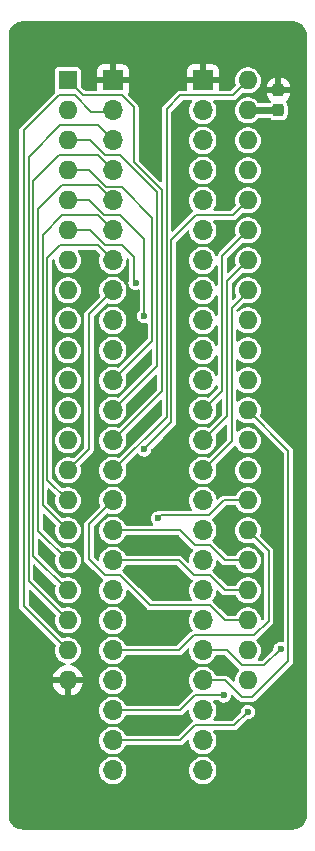
<source format=gbr>
G04 #@! TF.GenerationSoftware,KiCad,Pcbnew,8.0.4+dfsg-1*
G04 #@! TF.CreationDate,2025-01-23T14:40:47+09:00*
G04 #@! TF.ProjectId,bionic-mn1613,62696f6e-6963-42d6-9d6e-313631332e6b,2*
G04 #@! TF.SameCoordinates,Original*
G04 #@! TF.FileFunction,Copper,L2,Bot*
G04 #@! TF.FilePolarity,Positive*
%FSLAX46Y46*%
G04 Gerber Fmt 4.6, Leading zero omitted, Abs format (unit mm)*
G04 Created by KiCad (PCBNEW 8.0.4+dfsg-1) date 2025-01-23 14:40:47*
%MOMM*%
%LPD*%
G01*
G04 APERTURE LIST*
G04 Aperture macros list*
%AMRoundRect*
0 Rectangle with rounded corners*
0 $1 Rounding radius*
0 $2 $3 $4 $5 $6 $7 $8 $9 X,Y pos of 4 corners*
0 Add a 4 corners polygon primitive as box body*
4,1,4,$2,$3,$4,$5,$6,$7,$8,$9,$2,$3,0*
0 Add four circle primitives for the rounded corners*
1,1,$1+$1,$2,$3*
1,1,$1+$1,$4,$5*
1,1,$1+$1,$6,$7*
1,1,$1+$1,$8,$9*
0 Add four rect primitives between the rounded corners*
20,1,$1+$1,$2,$3,$4,$5,0*
20,1,$1+$1,$4,$5,$6,$7,0*
20,1,$1+$1,$6,$7,$8,$9,0*
20,1,$1+$1,$8,$9,$2,$3,0*%
G04 Aperture macros list end*
G04 #@! TA.AperFunction,ComponentPad*
%ADD10R,1.600000X1.600000*%
G04 #@! TD*
G04 #@! TA.AperFunction,ComponentPad*
%ADD11O,1.600000X1.600000*%
G04 #@! TD*
G04 #@! TA.AperFunction,ComponentPad*
%ADD12O,1.700000X1.700000*%
G04 #@! TD*
G04 #@! TA.AperFunction,ComponentPad*
%ADD13R,1.700000X1.700000*%
G04 #@! TD*
G04 #@! TA.AperFunction,SMDPad,CuDef*
%ADD14RoundRect,0.237500X0.237500X-0.300000X0.237500X0.300000X-0.237500X0.300000X-0.237500X-0.300000X0*%
G04 #@! TD*
G04 #@! TA.AperFunction,ViaPad*
%ADD15C,0.600000*%
G04 #@! TD*
G04 #@! TA.AperFunction,Conductor*
%ADD16C,0.200000*%
G04 #@! TD*
G04 #@! TA.AperFunction,Conductor*
%ADD17C,0.600000*%
G04 #@! TD*
G04 APERTURE END LIST*
D10*
X106080000Y-75080000D03*
D11*
X106080000Y-77620000D03*
X106080000Y-80160000D03*
X106080000Y-82700000D03*
X106080000Y-85240000D03*
X106080000Y-87780000D03*
X106080000Y-90320000D03*
X106080000Y-92860000D03*
X106080000Y-95400000D03*
X106080000Y-97940000D03*
X106080000Y-100480000D03*
X106080000Y-103020000D03*
X106080000Y-105560000D03*
X106080000Y-108100000D03*
X106080000Y-110640000D03*
X106080000Y-113180000D03*
X106080000Y-115720000D03*
X106080000Y-118260000D03*
X106080000Y-120800000D03*
X106080000Y-123340000D03*
X106080000Y-125880000D03*
X121320000Y-125880000D03*
X121320000Y-123340000D03*
X121320000Y-120800000D03*
X121320000Y-118260000D03*
X121320000Y-115720000D03*
X121320000Y-113180000D03*
X121320000Y-110640000D03*
X121320000Y-108100000D03*
X121320000Y-105560000D03*
X121320000Y-103020000D03*
X121320000Y-100480000D03*
X121320000Y-97940000D03*
X121320000Y-95400000D03*
X121320000Y-92860000D03*
X121320000Y-90320000D03*
X121320000Y-87780000D03*
X121320000Y-85240000D03*
X121320000Y-82700000D03*
X121320000Y-80160000D03*
X121320000Y-77620000D03*
X121320000Y-75080000D03*
D12*
X117510000Y-133500000D03*
X117510000Y-130960000D03*
X117510000Y-128420000D03*
X117510000Y-125880000D03*
X117510000Y-123340000D03*
X117510000Y-120800000D03*
X117510000Y-118260000D03*
X117510000Y-115720000D03*
X117510000Y-113180000D03*
X117510000Y-110640000D03*
X117510000Y-108100000D03*
X117510000Y-105560000D03*
X117510000Y-103020000D03*
X117510000Y-100480000D03*
X117510000Y-97940000D03*
X117510000Y-95400000D03*
X117510000Y-92860000D03*
X117510000Y-90320000D03*
X117510000Y-87780000D03*
X117510000Y-85240000D03*
X117510000Y-82700000D03*
X117510000Y-80160000D03*
X117510000Y-77620000D03*
D13*
X117510000Y-75080000D03*
X109890000Y-75080000D03*
D12*
X109890000Y-77620000D03*
X109890000Y-80160000D03*
X109890000Y-82700000D03*
X109890000Y-85240000D03*
X109890000Y-87780000D03*
X109890000Y-90320000D03*
X109890000Y-92860000D03*
X109890000Y-95400000D03*
X109890000Y-97940000D03*
X109890000Y-100480000D03*
X109890000Y-103020000D03*
X109890000Y-105560000D03*
X109890000Y-108100000D03*
X109890000Y-110640000D03*
X109890000Y-113180000D03*
X109890000Y-115720000D03*
X109890000Y-118260000D03*
X109890000Y-120800000D03*
X109890000Y-123340000D03*
X109890000Y-125880000D03*
X109890000Y-128420000D03*
X109890000Y-130960000D03*
X109890000Y-133500000D03*
D14*
X123910800Y-77618900D03*
X123910800Y-75893900D03*
D15*
X113700000Y-132611000D03*
X114970000Y-118006000D03*
X113573000Y-109497000D03*
X122590000Y-133500000D03*
X119288000Y-78890000D03*
X112557000Y-106322000D03*
X113700000Y-112164000D03*
X119288000Y-127150000D03*
X121320000Y-128547000D03*
X124098000Y-123213000D03*
X112557000Y-95019000D03*
X111812500Y-92207500D03*
D16*
X109890000Y-82700000D02*
X108620000Y-81430000D01*
X103152800Y-83595200D02*
X103152800Y-115332800D01*
X108620000Y-81430000D02*
X105318000Y-81430000D01*
X105318000Y-81430000D02*
X103152800Y-83595200D01*
X103152800Y-115332800D02*
X106080000Y-118260000D01*
X106080000Y-108100000D02*
X107858000Y-106322000D01*
X107858000Y-106322000D02*
X107858000Y-94892000D01*
X107858000Y-94892000D02*
X109890000Y-92860000D01*
X123909700Y-77620000D02*
X123910800Y-77618900D01*
D17*
X121320000Y-77620000D02*
X123909700Y-77620000D01*
D16*
X102352800Y-79315200D02*
X102352800Y-119612800D01*
X108048500Y-77747000D02*
X106651500Y-76350000D01*
X105318000Y-76350000D02*
X102352800Y-79315200D01*
X102352800Y-119612800D02*
X106080000Y-123340000D01*
X106651500Y-76350000D02*
X105318000Y-76350000D01*
X109763000Y-77747000D02*
X108048500Y-77747000D01*
X109890000Y-77620000D02*
X109763000Y-77747000D01*
X108620000Y-78890000D02*
X105445000Y-78890000D01*
X102752800Y-117472800D02*
X106080000Y-120800000D01*
X109890000Y-80160000D02*
X108620000Y-78890000D01*
X102752800Y-81582200D02*
X102752800Y-117472800D01*
X105445000Y-78890000D02*
X102752800Y-81582200D01*
X103552800Y-85989200D02*
X103552800Y-113192800D01*
X105572000Y-83970000D02*
X103552800Y-85989200D01*
X103552800Y-113192800D02*
X106080000Y-115720000D01*
X109890000Y-85240000D02*
X108620000Y-83970000D01*
X108620000Y-83970000D02*
X105572000Y-83970000D01*
X109890000Y-87780000D02*
X108620000Y-86510000D01*
X108620000Y-86510000D02*
X105572000Y-86510000D01*
X103952800Y-88129200D02*
X103952800Y-111052800D01*
X103952800Y-111052800D02*
X106080000Y-113180000D01*
X105572000Y-86510000D02*
X103952800Y-88129200D01*
X104352800Y-90110200D02*
X104352800Y-108912800D01*
X109890000Y-90320000D02*
X108620000Y-89050000D01*
X104352800Y-108912800D02*
X106080000Y-110640000D01*
X108620000Y-89050000D02*
X105413000Y-89050000D01*
X105413000Y-89050000D02*
X104352800Y-90110200D01*
X106080000Y-82700000D02*
X107915686Y-82700000D01*
X113243000Y-86688000D02*
X113243000Y-97127000D01*
X113243000Y-97127000D02*
X109890000Y-100480000D01*
X110645000Y-84090000D02*
X113243000Y-86688000D01*
X107915686Y-82700000D02*
X109305686Y-84090000D01*
X109305686Y-84090000D02*
X110645000Y-84090000D01*
X113643000Y-84548000D02*
X113643000Y-99267000D01*
X106080000Y-80160000D02*
X107985000Y-80160000D01*
X113643000Y-99267000D02*
X109890000Y-103020000D01*
X110525000Y-81430000D02*
X113643000Y-84548000D01*
X109255000Y-81430000D02*
X110525000Y-81430000D01*
X107985000Y-80160000D02*
X109255000Y-81430000D01*
X109890000Y-105560000D02*
X114043000Y-101407000D01*
X114043000Y-84382314D02*
X111668000Y-82007314D01*
X111668000Y-82007314D02*
X111668000Y-77366000D01*
X107350000Y-76350000D02*
X106080000Y-75080000D01*
X114043000Y-101407000D02*
X114043000Y-84382314D01*
X110652000Y-76350000D02*
X107350000Y-76350000D01*
X111668000Y-77366000D02*
X110652000Y-76350000D01*
X121320000Y-75080000D02*
X120050000Y-76350000D01*
X114443000Y-77512000D02*
X114443000Y-103547000D01*
X115605000Y-76350000D02*
X114443000Y-77512000D01*
X114443000Y-103547000D02*
X109890000Y-108100000D01*
X120050000Y-76350000D02*
X115605000Y-76350000D01*
X119415000Y-120800000D02*
X121320000Y-120800000D01*
X118145000Y-119530000D02*
X119415000Y-120800000D01*
X107858000Y-115593000D02*
X109255000Y-116990000D01*
X107858000Y-112672000D02*
X107858000Y-115593000D01*
X109255000Y-116990000D02*
X110525000Y-116990000D01*
X113065000Y-119530000D02*
X118145000Y-119530000D01*
X109890000Y-110640000D02*
X107858000Y-112672000D01*
X110525000Y-116990000D02*
X113065000Y-119530000D01*
X121320000Y-115720000D02*
X119415000Y-115720000D01*
X116875000Y-114450000D02*
X115605000Y-113180000D01*
X115605000Y-113180000D02*
X109890000Y-113180000D01*
X118145000Y-114450000D02*
X116875000Y-114450000D01*
X119415000Y-115720000D02*
X118145000Y-114450000D01*
X116748000Y-116990000D02*
X118145000Y-116990000D01*
X119415000Y-118260000D02*
X121320000Y-118260000D01*
X109890000Y-115720000D02*
X115478000Y-115720000D01*
X115478000Y-115720000D02*
X116748000Y-116990000D01*
X118145000Y-116990000D02*
X119415000Y-118260000D01*
X112557000Y-106322000D02*
X114843000Y-104036000D01*
X114843000Y-88580654D02*
X116913654Y-86510000D01*
X120050000Y-86510000D02*
X121320000Y-85240000D01*
X114843000Y-104036000D02*
X114843000Y-88580654D01*
X116913654Y-86510000D02*
X120050000Y-86510000D01*
X123079000Y-114939000D02*
X123079000Y-120819000D01*
X121320000Y-113180000D02*
X123079000Y-114939000D01*
X123079000Y-120819000D02*
X121828000Y-122070000D01*
X116748000Y-122070000D02*
X115478000Y-123340000D01*
X115478000Y-123340000D02*
X109890000Y-123340000D01*
X121828000Y-122070000D02*
X116748000Y-122070000D01*
X118018000Y-111910000D02*
X119288000Y-110640000D01*
X113954000Y-111910000D02*
X118018000Y-111910000D01*
X119288000Y-110640000D02*
X121320000Y-110640000D01*
X113700000Y-112164000D02*
X113954000Y-111910000D01*
X119288000Y-127150000D02*
X116875000Y-127150000D01*
X115605000Y-128420000D02*
X109890000Y-128420000D01*
X116875000Y-127150000D02*
X115605000Y-128420000D01*
X121320000Y-128547000D02*
X120177000Y-129690000D01*
X115605000Y-130960000D02*
X109890000Y-130960000D01*
X120177000Y-129690000D02*
X116875000Y-129690000D01*
X116875000Y-129690000D02*
X115605000Y-130960000D01*
X124749000Y-106449000D02*
X124749000Y-124229000D01*
X119415000Y-125880000D02*
X117383000Y-125880000D01*
X124749000Y-124229000D02*
X121701000Y-127277000D01*
X121701000Y-127277000D02*
X120812000Y-127277000D01*
X121320000Y-103020000D02*
X124749000Y-106449000D01*
X120812000Y-127277000D02*
X119415000Y-125880000D01*
X124098000Y-123213000D02*
X122701000Y-124610000D01*
X122701000Y-124610000D02*
X120812000Y-124610000D01*
X119542000Y-123340000D02*
X117510000Y-123340000D01*
X120812000Y-124610000D02*
X119542000Y-123340000D01*
X121320000Y-92860000D02*
X121320000Y-92987000D01*
X119961000Y-105649000D02*
X117510000Y-108100000D01*
X119961000Y-94346000D02*
X119961000Y-105649000D01*
X121320000Y-92987000D02*
X119961000Y-94346000D01*
X121320000Y-90320000D02*
X119561000Y-92079000D01*
X119561000Y-103509000D02*
X117510000Y-105560000D01*
X119561000Y-92079000D02*
X119561000Y-103509000D01*
X121320000Y-87780000D02*
X119161000Y-89939000D01*
X119161000Y-101369000D02*
X117510000Y-103020000D01*
X119161000Y-89939000D02*
X119161000Y-101369000D01*
X107915686Y-85240000D02*
X106080000Y-85240000D01*
X110525000Y-86510000D02*
X109185686Y-86510000D01*
X109185686Y-86510000D02*
X107915686Y-85240000D01*
X112557000Y-95019000D02*
X112557000Y-88542000D01*
X112557000Y-88542000D02*
X110525000Y-86510000D01*
X107985000Y-87780000D02*
X106080000Y-87780000D01*
X111668000Y-92063000D02*
X111668000Y-90066000D01*
X110652000Y-89050000D02*
X109255000Y-89050000D01*
X111812500Y-92207500D02*
X111668000Y-92063000D01*
X109255000Y-89050000D02*
X107985000Y-87780000D01*
X111668000Y-90066000D02*
X110652000Y-89050000D01*
G04 #@! TA.AperFunction,Conductor*
G36*
X115329290Y-116139407D02*
G01*
X115341103Y-116149496D01*
X116502087Y-117310480D01*
X116502089Y-117310481D01*
X116502090Y-117310482D01*
X116502091Y-117310483D01*
X116599031Y-117366452D01*
X116598024Y-117368194D01*
X116637557Y-117401958D01*
X116651840Y-117461453D01*
X116632149Y-117513346D01*
X116527635Y-117651743D01*
X116527630Y-117651752D01*
X116432596Y-117842608D01*
X116374244Y-118047688D01*
X116374244Y-118047690D01*
X116354571Y-118260000D01*
X116374244Y-118472310D01*
X116427434Y-118659252D01*
X116432596Y-118677391D01*
X116527630Y-118868247D01*
X116527635Y-118868256D01*
X116605103Y-118970839D01*
X116625082Y-119028670D01*
X116607253Y-119087201D01*
X116558427Y-119124073D01*
X116526099Y-119129500D01*
X113271901Y-119129500D01*
X113213710Y-119110593D01*
X113201897Y-119100504D01*
X112141086Y-118039693D01*
X110770913Y-116669520D01*
X110770910Y-116669518D01*
X110756680Y-116661302D01*
X110715739Y-116615831D01*
X110709345Y-116554981D01*
X110739489Y-116502401D01*
X110743872Y-116498407D01*
X110872366Y-116328255D01*
X110948492Y-116175372D01*
X110991354Y-116131710D01*
X111037113Y-116120500D01*
X115271099Y-116120500D01*
X115329290Y-116139407D01*
G37*
G04 #@! TD.AperFunction*
G04 #@! TA.AperFunction,Conductor*
G36*
X125133875Y-70075805D02*
G01*
X125309097Y-70089594D01*
X125324430Y-70092023D01*
X125491550Y-70132145D01*
X125506317Y-70136943D01*
X125665104Y-70202715D01*
X125678926Y-70209758D01*
X125825469Y-70299560D01*
X125838032Y-70308688D01*
X125968717Y-70420303D01*
X125979699Y-70431285D01*
X126091311Y-70561967D01*
X126100440Y-70574532D01*
X126190238Y-70721068D01*
X126197287Y-70734902D01*
X126263054Y-70893678D01*
X126267855Y-70908453D01*
X126307975Y-71075564D01*
X126310405Y-71090907D01*
X126324195Y-71266123D01*
X126324500Y-71273891D01*
X126324500Y-137306108D01*
X126324195Y-137313876D01*
X126310405Y-137489092D01*
X126307975Y-137504435D01*
X126267855Y-137671546D01*
X126263054Y-137686321D01*
X126197287Y-137845097D01*
X126190234Y-137858939D01*
X126100442Y-138005465D01*
X126091311Y-138018032D01*
X125979699Y-138148714D01*
X125968714Y-138159699D01*
X125838032Y-138271311D01*
X125825465Y-138280442D01*
X125678939Y-138370234D01*
X125665097Y-138377287D01*
X125506321Y-138443054D01*
X125491546Y-138447855D01*
X125324435Y-138487975D01*
X125309092Y-138490405D01*
X125149743Y-138502946D01*
X125133874Y-138504195D01*
X125126108Y-138504500D01*
X102273892Y-138504500D01*
X102266125Y-138504195D01*
X102247014Y-138502691D01*
X102090907Y-138490405D01*
X102075564Y-138487975D01*
X101908453Y-138447855D01*
X101893678Y-138443054D01*
X101734902Y-138377287D01*
X101721068Y-138370238D01*
X101574532Y-138280440D01*
X101561967Y-138271311D01*
X101462706Y-138186535D01*
X101431282Y-138159696D01*
X101420303Y-138148717D01*
X101308688Y-138018032D01*
X101299560Y-138005469D01*
X101209758Y-137858926D01*
X101202715Y-137845104D01*
X101136943Y-137686317D01*
X101132144Y-137671546D01*
X101092024Y-137504435D01*
X101089594Y-137489097D01*
X101075805Y-137313875D01*
X101075500Y-137306108D01*
X101075500Y-133500000D01*
X108734571Y-133500000D01*
X108754244Y-133712310D01*
X108812595Y-133917389D01*
X108907634Y-134108255D01*
X109036128Y-134278407D01*
X109036135Y-134278413D01*
X109193692Y-134422047D01*
X109193699Y-134422053D01*
X109297389Y-134486255D01*
X109374981Y-134534298D01*
X109573802Y-134611321D01*
X109783390Y-134650500D01*
X109996610Y-134650500D01*
X110206198Y-134611321D01*
X110405019Y-134534298D01*
X110586302Y-134422052D01*
X110743872Y-134278407D01*
X110872366Y-134108255D01*
X110967405Y-133917389D01*
X111025756Y-133712310D01*
X111045429Y-133500000D01*
X116354571Y-133500000D01*
X116374244Y-133712310D01*
X116432595Y-133917389D01*
X116527634Y-134108255D01*
X116656128Y-134278407D01*
X116656135Y-134278413D01*
X116813692Y-134422047D01*
X116813699Y-134422053D01*
X116917389Y-134486255D01*
X116994981Y-134534298D01*
X117193802Y-134611321D01*
X117403390Y-134650500D01*
X117616610Y-134650500D01*
X117826198Y-134611321D01*
X118025019Y-134534298D01*
X118206302Y-134422052D01*
X118363872Y-134278407D01*
X118492366Y-134108255D01*
X118587405Y-133917389D01*
X118645756Y-133712310D01*
X118665429Y-133500000D01*
X118645756Y-133287690D01*
X118587405Y-133082611D01*
X118492366Y-132891745D01*
X118363872Y-132721593D01*
X118309623Y-132672139D01*
X118206307Y-132577952D01*
X118206300Y-132577946D01*
X118025024Y-132465705D01*
X118025019Y-132465702D01*
X117826195Y-132388678D01*
X117616610Y-132349500D01*
X117403390Y-132349500D01*
X117193804Y-132388678D01*
X116994980Y-132465702D01*
X116994975Y-132465705D01*
X116813699Y-132577946D01*
X116813692Y-132577952D01*
X116656135Y-132721586D01*
X116656131Y-132721589D01*
X116656128Y-132721593D01*
X116656125Y-132721597D01*
X116527635Y-132891743D01*
X116527630Y-132891752D01*
X116432596Y-133082608D01*
X116374244Y-133287688D01*
X116374244Y-133287690D01*
X116354571Y-133500000D01*
X111045429Y-133500000D01*
X111025756Y-133287690D01*
X110967405Y-133082611D01*
X110872366Y-132891745D01*
X110743872Y-132721593D01*
X110689623Y-132672139D01*
X110586307Y-132577952D01*
X110586300Y-132577946D01*
X110405024Y-132465705D01*
X110405019Y-132465702D01*
X110206195Y-132388678D01*
X109996610Y-132349500D01*
X109783390Y-132349500D01*
X109573804Y-132388678D01*
X109374980Y-132465702D01*
X109374975Y-132465705D01*
X109193699Y-132577946D01*
X109193692Y-132577952D01*
X109036135Y-132721586D01*
X109036131Y-132721589D01*
X109036128Y-132721593D01*
X109036125Y-132721597D01*
X108907635Y-132891743D01*
X108907630Y-132891752D01*
X108812596Y-133082608D01*
X108754244Y-133287688D01*
X108754244Y-133287690D01*
X108734571Y-133500000D01*
X101075500Y-133500000D01*
X101075500Y-79262473D01*
X101952300Y-79262473D01*
X101952300Y-119560073D01*
X101952300Y-119665527D01*
X101961403Y-119699500D01*
X101979594Y-119767392D01*
X102032316Y-119858708D01*
X102032317Y-119858709D01*
X102032318Y-119858710D01*
X102032320Y-119858713D01*
X103555420Y-121381813D01*
X105022663Y-122849056D01*
X105050440Y-122903573D01*
X105047880Y-122946152D01*
X104993603Y-123136915D01*
X104990184Y-123173817D01*
X104974785Y-123340000D01*
X104993603Y-123543083D01*
X105042007Y-123713205D01*
X105049419Y-123739252D01*
X105089137Y-123819018D01*
X105140327Y-123921821D01*
X105263236Y-124084579D01*
X105413959Y-124221981D01*
X105587363Y-124329348D01*
X105777544Y-124403024D01*
X105815418Y-124410103D01*
X105869141Y-124439380D01*
X105895398Y-124494645D01*
X105884156Y-124554789D01*
X105839709Y-124596838D01*
X105822848Y-124603044D01*
X105633676Y-124653733D01*
X105427518Y-124749865D01*
X105241188Y-124880334D01*
X105080334Y-125041188D01*
X104949865Y-125227518D01*
X104853733Y-125433676D01*
X104801128Y-125630000D01*
X105764314Y-125630000D01*
X105759920Y-125634394D01*
X105707259Y-125725606D01*
X105680000Y-125827339D01*
X105680000Y-125932661D01*
X105707259Y-126034394D01*
X105759920Y-126125606D01*
X105764314Y-126130000D01*
X104801128Y-126130000D01*
X104853733Y-126326323D01*
X104949865Y-126532481D01*
X105080334Y-126718811D01*
X105241188Y-126879665D01*
X105427518Y-127010134D01*
X105633676Y-127106266D01*
X105830000Y-127158872D01*
X105830000Y-126195686D01*
X105834394Y-126200080D01*
X105925606Y-126252741D01*
X106027339Y-126280000D01*
X106132661Y-126280000D01*
X106234394Y-126252741D01*
X106325606Y-126200080D01*
X106330000Y-126195686D01*
X106330000Y-127158871D01*
X106526323Y-127106266D01*
X106732481Y-127010134D01*
X106918811Y-126879665D01*
X107079665Y-126718811D01*
X107210134Y-126532481D01*
X107306266Y-126326323D01*
X107358872Y-126130000D01*
X106395686Y-126130000D01*
X106400080Y-126125606D01*
X106452741Y-126034394D01*
X106480000Y-125932661D01*
X106480000Y-125880000D01*
X108734571Y-125880000D01*
X108754244Y-126092310D01*
X108812595Y-126297389D01*
X108907634Y-126488255D01*
X109036128Y-126658407D01*
X109061013Y-126681093D01*
X109193692Y-126802047D01*
X109193699Y-126802053D01*
X109224786Y-126821301D01*
X109374981Y-126914298D01*
X109573802Y-126991321D01*
X109783390Y-127030500D01*
X109996610Y-127030500D01*
X110206198Y-126991321D01*
X110405019Y-126914298D01*
X110586302Y-126802052D01*
X110743872Y-126658407D01*
X110872366Y-126488255D01*
X110967405Y-126297389D01*
X111025756Y-126092310D01*
X111045429Y-125880000D01*
X111025756Y-125667690D01*
X110967405Y-125462611D01*
X110872366Y-125271745D01*
X110743872Y-125101593D01*
X110649902Y-125015927D01*
X110586307Y-124957952D01*
X110586300Y-124957946D01*
X110405024Y-124845705D01*
X110405019Y-124845702D01*
X110206195Y-124768678D01*
X109996610Y-124729500D01*
X109783390Y-124729500D01*
X109573804Y-124768678D01*
X109374980Y-124845702D01*
X109374975Y-124845705D01*
X109193699Y-124957946D01*
X109193692Y-124957952D01*
X109036135Y-125101586D01*
X109036131Y-125101589D01*
X109036128Y-125101593D01*
X109036125Y-125101597D01*
X108907635Y-125271743D01*
X108907630Y-125271752D01*
X108812596Y-125462608D01*
X108754244Y-125667688D01*
X108754244Y-125667690D01*
X108734571Y-125880000D01*
X106480000Y-125880000D01*
X106480000Y-125827339D01*
X106452741Y-125725606D01*
X106400080Y-125634394D01*
X106395686Y-125630000D01*
X107358872Y-125630000D01*
X107306266Y-125433676D01*
X107210134Y-125227518D01*
X107079665Y-125041188D01*
X106918811Y-124880334D01*
X106732481Y-124749865D01*
X106526323Y-124653733D01*
X106337151Y-124603044D01*
X106285836Y-124569720D01*
X106263910Y-124512598D01*
X106279746Y-124453498D01*
X106327296Y-124414992D01*
X106344568Y-124410106D01*
X106382456Y-124403024D01*
X106572637Y-124329348D01*
X106746041Y-124221981D01*
X106896764Y-124084579D01*
X107019673Y-123921821D01*
X107110582Y-123739250D01*
X107166397Y-123543083D01*
X107185215Y-123340000D01*
X107166397Y-123136917D01*
X107110582Y-122940750D01*
X107019673Y-122758179D01*
X106896764Y-122595421D01*
X106746041Y-122458019D01*
X106572637Y-122350652D01*
X106382456Y-122276976D01*
X106382455Y-122276975D01*
X106382453Y-122276975D01*
X106181976Y-122239500D01*
X105978024Y-122239500D01*
X105777544Y-122276975D01*
X105697739Y-122307892D01*
X105636648Y-122311282D01*
X105591973Y-122285581D01*
X102782296Y-119475903D01*
X102754519Y-119421386D01*
X102753300Y-119405899D01*
X102753300Y-118278701D01*
X102772207Y-118220510D01*
X102821707Y-118184546D01*
X102882893Y-118184546D01*
X102922304Y-118208697D01*
X105022663Y-120309056D01*
X105050440Y-120363573D01*
X105047880Y-120406152D01*
X104993603Y-120596915D01*
X104985221Y-120687376D01*
X104974785Y-120800000D01*
X104993603Y-121003083D01*
X105049418Y-121199250D01*
X105140327Y-121381821D01*
X105263236Y-121544579D01*
X105413959Y-121681981D01*
X105587363Y-121789348D01*
X105777544Y-121863024D01*
X105978024Y-121900500D01*
X106181976Y-121900500D01*
X106382456Y-121863024D01*
X106572637Y-121789348D01*
X106746041Y-121681981D01*
X106896764Y-121544579D01*
X107019673Y-121381821D01*
X107110582Y-121199250D01*
X107166397Y-121003083D01*
X107185215Y-120800000D01*
X108734571Y-120800000D01*
X108754244Y-121012310D01*
X108812595Y-121217389D01*
X108907634Y-121408255D01*
X109036128Y-121578407D01*
X109036135Y-121578413D01*
X109193692Y-121722047D01*
X109193699Y-121722053D01*
X109238060Y-121749520D01*
X109374981Y-121834298D01*
X109573802Y-121911321D01*
X109783390Y-121950500D01*
X109996610Y-121950500D01*
X110206198Y-121911321D01*
X110405019Y-121834298D01*
X110586302Y-121722052D01*
X110743872Y-121578407D01*
X110872366Y-121408255D01*
X110967405Y-121217389D01*
X111025756Y-121012310D01*
X111045429Y-120800000D01*
X111025756Y-120587690D01*
X110967405Y-120382611D01*
X110872366Y-120191745D01*
X110743872Y-120021593D01*
X110664688Y-119949407D01*
X110586307Y-119877952D01*
X110586300Y-119877946D01*
X110405024Y-119765705D01*
X110405019Y-119765702D01*
X110206195Y-119688678D01*
X109996610Y-119649500D01*
X109783390Y-119649500D01*
X109573804Y-119688678D01*
X109374980Y-119765702D01*
X109374975Y-119765705D01*
X109193699Y-119877946D01*
X109193692Y-119877952D01*
X109036135Y-120021586D01*
X109036131Y-120021589D01*
X109036128Y-120021593D01*
X109036125Y-120021597D01*
X108907635Y-120191743D01*
X108907630Y-120191752D01*
X108812596Y-120382608D01*
X108754244Y-120587688D01*
X108745007Y-120687376D01*
X108734571Y-120800000D01*
X107185215Y-120800000D01*
X107166397Y-120596917D01*
X107110582Y-120400750D01*
X107019673Y-120218179D01*
X106896764Y-120055421D01*
X106746041Y-119918019D01*
X106572637Y-119810652D01*
X106382456Y-119736976D01*
X106382455Y-119736975D01*
X106382453Y-119736975D01*
X106181976Y-119699500D01*
X105978024Y-119699500D01*
X105777552Y-119736974D01*
X105777546Y-119736975D01*
X105777544Y-119736976D01*
X105711296Y-119762639D01*
X105697738Y-119767892D01*
X105636647Y-119771281D01*
X105591973Y-119745580D01*
X103182296Y-117335903D01*
X103154519Y-117281386D01*
X103153300Y-117265899D01*
X103153300Y-116138701D01*
X103172207Y-116080510D01*
X103221707Y-116044546D01*
X103282893Y-116044546D01*
X103322304Y-116068697D01*
X105022663Y-117769056D01*
X105050440Y-117823573D01*
X105047880Y-117866152D01*
X104993603Y-118056915D01*
X104993603Y-118056917D01*
X104974785Y-118260000D01*
X104993603Y-118463083D01*
X105049418Y-118659250D01*
X105140327Y-118841821D01*
X105263236Y-119004579D01*
X105413959Y-119141981D01*
X105587363Y-119249348D01*
X105777544Y-119323024D01*
X105978024Y-119360500D01*
X106181976Y-119360500D01*
X106382456Y-119323024D01*
X106572637Y-119249348D01*
X106746041Y-119141981D01*
X106896764Y-119004579D01*
X107019673Y-118841821D01*
X107110582Y-118659250D01*
X107166397Y-118463083D01*
X107185215Y-118260000D01*
X107166397Y-118056917D01*
X107110582Y-117860750D01*
X107019673Y-117678179D01*
X106896764Y-117515421D01*
X106746041Y-117378019D01*
X106572637Y-117270652D01*
X106382456Y-117196976D01*
X106382455Y-117196975D01*
X106382453Y-117196975D01*
X106181976Y-117159500D01*
X105978024Y-117159500D01*
X105777552Y-117196974D01*
X105777546Y-117196975D01*
X105777544Y-117196976D01*
X105711296Y-117222639D01*
X105697738Y-117227892D01*
X105636647Y-117231281D01*
X105591973Y-117205580D01*
X103582296Y-115195903D01*
X103554519Y-115141386D01*
X103553300Y-115125899D01*
X103553300Y-113998700D01*
X103572207Y-113940509D01*
X103621707Y-113904545D01*
X103682893Y-113904545D01*
X103722303Y-113928695D01*
X104402285Y-114608678D01*
X105022663Y-115229056D01*
X105050440Y-115283573D01*
X105047880Y-115326152D01*
X104993603Y-115516915D01*
X104993603Y-115516917D01*
X104974785Y-115720000D01*
X104993603Y-115923083D01*
X105049418Y-116119250D01*
X105140327Y-116301821D01*
X105263236Y-116464579D01*
X105413959Y-116601981D01*
X105587363Y-116709348D01*
X105777544Y-116783024D01*
X105978024Y-116820500D01*
X106181976Y-116820500D01*
X106382456Y-116783024D01*
X106572637Y-116709348D01*
X106746041Y-116601981D01*
X106896764Y-116464579D01*
X107019673Y-116301821D01*
X107110582Y-116119250D01*
X107166397Y-115923083D01*
X107185215Y-115720000D01*
X107166397Y-115516917D01*
X107110582Y-115320750D01*
X107019673Y-115138179D01*
X106896764Y-114975421D01*
X106746041Y-114838019D01*
X106572637Y-114730652D01*
X106382456Y-114656976D01*
X106382455Y-114656975D01*
X106382453Y-114656975D01*
X106181976Y-114619500D01*
X105978024Y-114619500D01*
X105777544Y-114656975D01*
X105697739Y-114687892D01*
X105636648Y-114691282D01*
X105591973Y-114665581D01*
X103982296Y-113055903D01*
X103954519Y-113001386D01*
X103953300Y-112985899D01*
X103953300Y-111858701D01*
X103972207Y-111800510D01*
X104021707Y-111764546D01*
X104082893Y-111764546D01*
X104122304Y-111788697D01*
X105022663Y-112689056D01*
X105050440Y-112743573D01*
X105047880Y-112786152D01*
X104993603Y-112976915D01*
X104988971Y-113026907D01*
X104974785Y-113180000D01*
X104993603Y-113383083D01*
X105049418Y-113579250D01*
X105140327Y-113761821D01*
X105263236Y-113924579D01*
X105413959Y-114061981D01*
X105587363Y-114169348D01*
X105777544Y-114243024D01*
X105978024Y-114280500D01*
X106181976Y-114280500D01*
X106382456Y-114243024D01*
X106572637Y-114169348D01*
X106746041Y-114061981D01*
X106896764Y-113924579D01*
X107019673Y-113761821D01*
X107110582Y-113579250D01*
X107166397Y-113383083D01*
X107185215Y-113180000D01*
X107166397Y-112976917D01*
X107110582Y-112780750D01*
X107030176Y-112619273D01*
X107457500Y-112619273D01*
X107457500Y-115540273D01*
X107457500Y-115645727D01*
X107473690Y-115706151D01*
X107484794Y-115747592D01*
X107537516Y-115838908D01*
X107537517Y-115838909D01*
X107537518Y-115838910D01*
X107537520Y-115838913D01*
X108253588Y-116554981D01*
X108934519Y-117235912D01*
X108934520Y-117235913D01*
X108934519Y-117235913D01*
X108979993Y-117281386D01*
X109009087Y-117310480D01*
X109023318Y-117318696D01*
X109064258Y-117364164D01*
X109070655Y-117425014D01*
X109040517Y-117477591D01*
X109036131Y-117481589D01*
X109036128Y-117481592D01*
X108907640Y-117651736D01*
X108907630Y-117651752D01*
X108812596Y-117842608D01*
X108754244Y-118047688D01*
X108754244Y-118047690D01*
X108734571Y-118260000D01*
X108754244Y-118472310D01*
X108812595Y-118677389D01*
X108907634Y-118868255D01*
X109036128Y-119038407D01*
X109036135Y-119038413D01*
X109193692Y-119182047D01*
X109193699Y-119182053D01*
X109238057Y-119209518D01*
X109374981Y-119294298D01*
X109573802Y-119371321D01*
X109783390Y-119410500D01*
X109996610Y-119410500D01*
X110206198Y-119371321D01*
X110405019Y-119294298D01*
X110586302Y-119182052D01*
X110743872Y-119038407D01*
X110872366Y-118868255D01*
X110967405Y-118677389D01*
X111025756Y-118472310D01*
X111041505Y-118302346D01*
X111065700Y-118246151D01*
X111118307Y-118214907D01*
X111179231Y-118220553D01*
X111210086Y-118241479D01*
X112744520Y-119775913D01*
X112744519Y-119775913D01*
X112819087Y-119850480D01*
X112910413Y-119903207D01*
X113012273Y-119930500D01*
X113117727Y-119930500D01*
X116526099Y-119930500D01*
X116584290Y-119949407D01*
X116620254Y-119998907D01*
X116620254Y-120060093D01*
X116605103Y-120089161D01*
X116527635Y-120191743D01*
X116527630Y-120191752D01*
X116432596Y-120382608D01*
X116374244Y-120587688D01*
X116365007Y-120687376D01*
X116354571Y-120800000D01*
X116374244Y-121012310D01*
X116432595Y-121217389D01*
X116527634Y-121408255D01*
X116527639Y-121408262D01*
X116527640Y-121408263D01*
X116632148Y-121546653D01*
X116652128Y-121604484D01*
X116634300Y-121663014D01*
X116598167Y-121692051D01*
X116599031Y-121693548D01*
X116502091Y-121749516D01*
X115341103Y-122910504D01*
X115286586Y-122938281D01*
X115271099Y-122939500D01*
X111037113Y-122939500D01*
X110978922Y-122920593D01*
X110948492Y-122884628D01*
X110930779Y-122849056D01*
X110872366Y-122731745D01*
X110743872Y-122561593D01*
X110649902Y-122475927D01*
X110586307Y-122417952D01*
X110586300Y-122417946D01*
X110405024Y-122305705D01*
X110405019Y-122305702D01*
X110206195Y-122228678D01*
X109996610Y-122189500D01*
X109783390Y-122189500D01*
X109573804Y-122228678D01*
X109374980Y-122305702D01*
X109374975Y-122305705D01*
X109193699Y-122417946D01*
X109193692Y-122417952D01*
X109036135Y-122561586D01*
X109036131Y-122561589D01*
X109036128Y-122561593D01*
X109036125Y-122561597D01*
X108907635Y-122731743D01*
X108907630Y-122731752D01*
X108812596Y-122922608D01*
X108812595Y-122922611D01*
X108807790Y-122939500D01*
X108754244Y-123127688D01*
X108754244Y-123127690D01*
X108734571Y-123340000D01*
X108754244Y-123552310D01*
X108810979Y-123751710D01*
X108812596Y-123757391D01*
X108861681Y-123855969D01*
X108907634Y-123948255D01*
X109036128Y-124118407D01*
X109036135Y-124118413D01*
X109193692Y-124262047D01*
X109193699Y-124262053D01*
X109225474Y-124281727D01*
X109374981Y-124374298D01*
X109573802Y-124451321D01*
X109783390Y-124490500D01*
X109996610Y-124490500D01*
X110206198Y-124451321D01*
X110405019Y-124374298D01*
X110586302Y-124262052D01*
X110743872Y-124118407D01*
X110872366Y-123948255D01*
X110948492Y-123795372D01*
X110991354Y-123751710D01*
X111037113Y-123740500D01*
X115530725Y-123740500D01*
X115530727Y-123740500D01*
X115632588Y-123713207D01*
X115632590Y-123713205D01*
X115632592Y-123713205D01*
X115723908Y-123660483D01*
X115723908Y-123660482D01*
X115723913Y-123660480D01*
X116192368Y-123192023D01*
X116246885Y-123164246D01*
X116307317Y-123173817D01*
X116350582Y-123217082D01*
X116360949Y-123271160D01*
X116354571Y-123340000D01*
X116374244Y-123552310D01*
X116430979Y-123751710D01*
X116432596Y-123757391D01*
X116481681Y-123855969D01*
X116527634Y-123948255D01*
X116656128Y-124118407D01*
X116656135Y-124118413D01*
X116813692Y-124262047D01*
X116813699Y-124262053D01*
X116845474Y-124281727D01*
X116994981Y-124374298D01*
X117193802Y-124451321D01*
X117403390Y-124490500D01*
X117616610Y-124490500D01*
X117826198Y-124451321D01*
X118025019Y-124374298D01*
X118206302Y-124262052D01*
X118363872Y-124118407D01*
X118492366Y-123948255D01*
X118568492Y-123795372D01*
X118611354Y-123751710D01*
X118657113Y-123740500D01*
X119335099Y-123740500D01*
X119393290Y-123759407D01*
X119405103Y-123769496D01*
X120566087Y-124930480D01*
X120566089Y-124930481D01*
X120570008Y-124934400D01*
X120597785Y-124988917D01*
X120588214Y-125049349D01*
X120566700Y-125077565D01*
X120503239Y-125135417D01*
X120380328Y-125298177D01*
X120380323Y-125298186D01*
X120298450Y-125462611D01*
X120289418Y-125480750D01*
X120267007Y-125559516D01*
X120233603Y-125676917D01*
X120214451Y-125883607D01*
X120190255Y-125939805D01*
X120137648Y-125971048D01*
X120076723Y-125965402D01*
X120045870Y-125944476D01*
X119660913Y-125559520D01*
X119660908Y-125559516D01*
X119569591Y-125506794D01*
X119569593Y-125506794D01*
X119530070Y-125496204D01*
X119467727Y-125479500D01*
X119467725Y-125479500D01*
X118657113Y-125479500D01*
X118598922Y-125460593D01*
X118568492Y-125424628D01*
X118492369Y-125271752D01*
X118492366Y-125271745D01*
X118363872Y-125101593D01*
X118269902Y-125015927D01*
X118206307Y-124957952D01*
X118206300Y-124957946D01*
X118025024Y-124845705D01*
X118025019Y-124845702D01*
X117826195Y-124768678D01*
X117616610Y-124729500D01*
X117403390Y-124729500D01*
X117193804Y-124768678D01*
X116994980Y-124845702D01*
X116994975Y-124845705D01*
X116813699Y-124957946D01*
X116813692Y-124957952D01*
X116656135Y-125101586D01*
X116656131Y-125101589D01*
X116656128Y-125101593D01*
X116656125Y-125101597D01*
X116527635Y-125271743D01*
X116527630Y-125271752D01*
X116432596Y-125462608D01*
X116374244Y-125667688D01*
X116374244Y-125667690D01*
X116354571Y-125880000D01*
X116374244Y-126092310D01*
X116432595Y-126297389D01*
X116527634Y-126488255D01*
X116656128Y-126658407D01*
X116660511Y-126662403D01*
X116690779Y-126715576D01*
X116684011Y-126776386D01*
X116643321Y-126821301D01*
X116629089Y-126829518D01*
X115468103Y-127990504D01*
X115413586Y-128018281D01*
X115398099Y-128019500D01*
X111037113Y-128019500D01*
X110978922Y-128000593D01*
X110948492Y-127964628D01*
X110872369Y-127811752D01*
X110872366Y-127811745D01*
X110743872Y-127641593D01*
X110674417Y-127578276D01*
X110586307Y-127497952D01*
X110586300Y-127497946D01*
X110405024Y-127385705D01*
X110405019Y-127385702D01*
X110206195Y-127308678D01*
X109996610Y-127269500D01*
X109783390Y-127269500D01*
X109573804Y-127308678D01*
X109374980Y-127385702D01*
X109374975Y-127385705D01*
X109193699Y-127497946D01*
X109193692Y-127497952D01*
X109036135Y-127641586D01*
X109036131Y-127641589D01*
X109036128Y-127641593D01*
X109036125Y-127641597D01*
X108907635Y-127811743D01*
X108907630Y-127811752D01*
X108812596Y-128002608D01*
X108812595Y-128002611D01*
X108807790Y-128019500D01*
X108754244Y-128207688D01*
X108736287Y-128401479D01*
X108734571Y-128420000D01*
X108754244Y-128632310D01*
X108812595Y-128837389D01*
X108907634Y-129028255D01*
X109036128Y-129198407D01*
X109061013Y-129221093D01*
X109193692Y-129342047D01*
X109193699Y-129342053D01*
X109224786Y-129361301D01*
X109374981Y-129454298D01*
X109573802Y-129531321D01*
X109783390Y-129570500D01*
X109996610Y-129570500D01*
X110206198Y-129531321D01*
X110405019Y-129454298D01*
X110586302Y-129342052D01*
X110743872Y-129198407D01*
X110872366Y-129028255D01*
X110948492Y-128875372D01*
X110991354Y-128831710D01*
X111037113Y-128820500D01*
X115657725Y-128820500D01*
X115657727Y-128820500D01*
X115759588Y-128793207D01*
X115759590Y-128793205D01*
X115759592Y-128793205D01*
X115850908Y-128740483D01*
X115850908Y-128740482D01*
X115850913Y-128740480D01*
X116189913Y-128401478D01*
X116244430Y-128373701D01*
X116304862Y-128383272D01*
X116348127Y-128426537D01*
X116358494Y-128462346D01*
X116374244Y-128632310D01*
X116432595Y-128837389D01*
X116527634Y-129028255D01*
X116656128Y-129198407D01*
X116660511Y-129202403D01*
X116690779Y-129255576D01*
X116684011Y-129316386D01*
X116643321Y-129361301D01*
X116629089Y-129369518D01*
X115468103Y-130530504D01*
X115413586Y-130558281D01*
X115398099Y-130559500D01*
X111037113Y-130559500D01*
X110978922Y-130540593D01*
X110948492Y-130504628D01*
X110872369Y-130351752D01*
X110872366Y-130351745D01*
X110743872Y-130181593D01*
X110649902Y-130095927D01*
X110586307Y-130037952D01*
X110586300Y-130037946D01*
X110405024Y-129925705D01*
X110405019Y-129925702D01*
X110206195Y-129848678D01*
X109996610Y-129809500D01*
X109783390Y-129809500D01*
X109573804Y-129848678D01*
X109374980Y-129925702D01*
X109374975Y-129925705D01*
X109193699Y-130037946D01*
X109193692Y-130037952D01*
X109036135Y-130181586D01*
X109036131Y-130181589D01*
X109036128Y-130181593D01*
X109036125Y-130181597D01*
X108907635Y-130351743D01*
X108907630Y-130351752D01*
X108812596Y-130542608D01*
X108812595Y-130542611D01*
X108807790Y-130559500D01*
X108754244Y-130747688D01*
X108754244Y-130747690D01*
X108734571Y-130960000D01*
X108754244Y-131172310D01*
X108812595Y-131377389D01*
X108907634Y-131568255D01*
X109036128Y-131738407D01*
X109036135Y-131738413D01*
X109193692Y-131882047D01*
X109193699Y-131882053D01*
X109297389Y-131946255D01*
X109374981Y-131994298D01*
X109573802Y-132071321D01*
X109783390Y-132110500D01*
X109996610Y-132110500D01*
X110206198Y-132071321D01*
X110405019Y-131994298D01*
X110586302Y-131882052D01*
X110743872Y-131738407D01*
X110872366Y-131568255D01*
X110948492Y-131415372D01*
X110991354Y-131371710D01*
X111037113Y-131360500D01*
X115657725Y-131360500D01*
X115657727Y-131360500D01*
X115759588Y-131333207D01*
X115759590Y-131333205D01*
X115759592Y-131333205D01*
X115850908Y-131280483D01*
X115850908Y-131280482D01*
X115850913Y-131280480D01*
X116189913Y-130941478D01*
X116244430Y-130913701D01*
X116304862Y-130923272D01*
X116348127Y-130966537D01*
X116358494Y-131002346D01*
X116374244Y-131172310D01*
X116432595Y-131377389D01*
X116527634Y-131568255D01*
X116656128Y-131738407D01*
X116656135Y-131738413D01*
X116813692Y-131882047D01*
X116813699Y-131882053D01*
X116917389Y-131946255D01*
X116994981Y-131994298D01*
X117193802Y-132071321D01*
X117403390Y-132110500D01*
X117616610Y-132110500D01*
X117826198Y-132071321D01*
X118025019Y-131994298D01*
X118206302Y-131882052D01*
X118363872Y-131738407D01*
X118492366Y-131568255D01*
X118587405Y-131377389D01*
X118645756Y-131172310D01*
X118665429Y-130960000D01*
X118645756Y-130747690D01*
X118587405Y-130542611D01*
X118492366Y-130351745D01*
X118414896Y-130249159D01*
X118394918Y-130191330D01*
X118412747Y-130132799D01*
X118461573Y-130095927D01*
X118493901Y-130090500D01*
X120229725Y-130090500D01*
X120229727Y-130090500D01*
X120331588Y-130063207D01*
X120331590Y-130063205D01*
X120331592Y-130063205D01*
X120422908Y-130010483D01*
X120422908Y-130010482D01*
X120422913Y-130010480D01*
X121251714Y-129181677D01*
X121306231Y-129153901D01*
X121317447Y-129153018D01*
X121319999Y-129152681D01*
X121320000Y-129152682D01*
X121476762Y-129132044D01*
X121622841Y-129071536D01*
X121748282Y-128975282D01*
X121844536Y-128849841D01*
X121905044Y-128703762D01*
X121925682Y-128547000D01*
X121905044Y-128390238D01*
X121844537Y-128244161D01*
X121844537Y-128244160D01*
X121748286Y-128118723D01*
X121748285Y-128118722D01*
X121748282Y-128118718D01*
X121748277Y-128118714D01*
X121748276Y-128118713D01*
X121622838Y-128022462D01*
X121476766Y-127961957D01*
X121476758Y-127961955D01*
X121320001Y-127941318D01*
X121319999Y-127941318D01*
X121163241Y-127961955D01*
X121163233Y-127961957D01*
X121017161Y-128022462D01*
X121017160Y-128022462D01*
X120891723Y-128118713D01*
X120891713Y-128118723D01*
X120795462Y-128244160D01*
X120795462Y-128244161D01*
X120734957Y-128390233D01*
X120734955Y-128390241D01*
X120713471Y-128553433D01*
X120711742Y-128553205D01*
X120695411Y-128603471D01*
X120685322Y-128615284D01*
X120040103Y-129260504D01*
X119985586Y-129288281D01*
X119970099Y-129289500D01*
X118493901Y-129289500D01*
X118435710Y-129270593D01*
X118399746Y-129221093D01*
X118399746Y-129159907D01*
X118414897Y-129130839D01*
X118492366Y-129028255D01*
X118587405Y-128837389D01*
X118645756Y-128632310D01*
X118665429Y-128420000D01*
X118645756Y-128207690D01*
X118587405Y-128002611D01*
X118492366Y-127811745D01*
X118414896Y-127709159D01*
X118394918Y-127651330D01*
X118412747Y-127592799D01*
X118461573Y-127555927D01*
X118493901Y-127550500D01*
X118790929Y-127550500D01*
X118849120Y-127569407D01*
X118857687Y-127576723D01*
X118859716Y-127578280D01*
X118859718Y-127578282D01*
X118985159Y-127674536D01*
X118985160Y-127674536D01*
X118985161Y-127674537D01*
X119068751Y-127709161D01*
X119131238Y-127735044D01*
X119248809Y-127750522D01*
X119287999Y-127755682D01*
X119288000Y-127755682D01*
X119288001Y-127755682D01*
X119319352Y-127751554D01*
X119444762Y-127735044D01*
X119590841Y-127674536D01*
X119716282Y-127578282D01*
X119812536Y-127452841D01*
X119873044Y-127306762D01*
X119893645Y-127150275D01*
X119919986Y-127095052D01*
X119973756Y-127065857D01*
X120034418Y-127073843D01*
X120061802Y-127093195D01*
X120491520Y-127522913D01*
X120491519Y-127522913D01*
X120538014Y-127569407D01*
X120566087Y-127597480D01*
X120657413Y-127650207D01*
X120759273Y-127677500D01*
X120759275Y-127677500D01*
X121753725Y-127677500D01*
X121753727Y-127677500D01*
X121855588Y-127650207D01*
X121855590Y-127650205D01*
X121855592Y-127650205D01*
X121946908Y-127597483D01*
X121946908Y-127597482D01*
X121946913Y-127597480D01*
X125069480Y-124474913D01*
X125122207Y-124383588D01*
X125149500Y-124281727D01*
X125149500Y-124176273D01*
X125149500Y-106396273D01*
X125122207Y-106294413D01*
X125122207Y-106294412D01*
X125122207Y-106294411D01*
X125069483Y-106203091D01*
X125069482Y-106203090D01*
X125069481Y-106203089D01*
X125069480Y-106203087D01*
X122377336Y-103510943D01*
X122349559Y-103456426D01*
X122352118Y-103413848D01*
X122406397Y-103223083D01*
X122425215Y-103020000D01*
X122406397Y-102816917D01*
X122350582Y-102620750D01*
X122259673Y-102438179D01*
X122136764Y-102275421D01*
X121986041Y-102138019D01*
X121812637Y-102030652D01*
X121622456Y-101956976D01*
X121622455Y-101956975D01*
X121622453Y-101956975D01*
X121421976Y-101919500D01*
X121218024Y-101919500D01*
X121017546Y-101956975D01*
X120977353Y-101972546D01*
X120827363Y-102030652D01*
X120653959Y-102138019D01*
X120540340Y-102241597D01*
X120527196Y-102253579D01*
X120471454Y-102278809D01*
X120411529Y-102266457D01*
X120370309Y-102221240D01*
X120361500Y-102180417D01*
X120361500Y-101319582D01*
X120380407Y-101261391D01*
X120429907Y-101225427D01*
X120491093Y-101225427D01*
X120527191Y-101246417D01*
X120653959Y-101361981D01*
X120827363Y-101469348D01*
X121017544Y-101543024D01*
X121218024Y-101580500D01*
X121421976Y-101580500D01*
X121622456Y-101543024D01*
X121812637Y-101469348D01*
X121986041Y-101361981D01*
X122136764Y-101224579D01*
X122259673Y-101061821D01*
X122350582Y-100879250D01*
X122406397Y-100683083D01*
X122425215Y-100480000D01*
X122406397Y-100276917D01*
X122350582Y-100080750D01*
X122259673Y-99898179D01*
X122136764Y-99735421D01*
X121986041Y-99598019D01*
X121812637Y-99490652D01*
X121622456Y-99416976D01*
X121622455Y-99416975D01*
X121622453Y-99416975D01*
X121421976Y-99379500D01*
X121218024Y-99379500D01*
X121017546Y-99416975D01*
X120977353Y-99432546D01*
X120827363Y-99490652D01*
X120653959Y-99598019D01*
X120540340Y-99701597D01*
X120527196Y-99713579D01*
X120471454Y-99738809D01*
X120411529Y-99726457D01*
X120370309Y-99681240D01*
X120361500Y-99640417D01*
X120361500Y-98779582D01*
X120380407Y-98721391D01*
X120429907Y-98685427D01*
X120491093Y-98685427D01*
X120527191Y-98706417D01*
X120653959Y-98821981D01*
X120827363Y-98929348D01*
X121017544Y-99003024D01*
X121218024Y-99040500D01*
X121421976Y-99040500D01*
X121622456Y-99003024D01*
X121812637Y-98929348D01*
X121986041Y-98821981D01*
X122136764Y-98684579D01*
X122259673Y-98521821D01*
X122350582Y-98339250D01*
X122406397Y-98143083D01*
X122425215Y-97940000D01*
X122406397Y-97736917D01*
X122350582Y-97540750D01*
X122259673Y-97358179D01*
X122136764Y-97195421D01*
X121986041Y-97058019D01*
X121812637Y-96950652D01*
X121622456Y-96876976D01*
X121622455Y-96876975D01*
X121622453Y-96876975D01*
X121421976Y-96839500D01*
X121218024Y-96839500D01*
X121017546Y-96876975D01*
X120947632Y-96904059D01*
X120827363Y-96950652D01*
X120653959Y-97058019D01*
X120540340Y-97161597D01*
X120527196Y-97173579D01*
X120471454Y-97198809D01*
X120411529Y-97186457D01*
X120370309Y-97141240D01*
X120361500Y-97100417D01*
X120361500Y-96239582D01*
X120380407Y-96181391D01*
X120429907Y-96145427D01*
X120491093Y-96145427D01*
X120527191Y-96166417D01*
X120653959Y-96281981D01*
X120827363Y-96389348D01*
X121017544Y-96463024D01*
X121218024Y-96500500D01*
X121421976Y-96500500D01*
X121622456Y-96463024D01*
X121812637Y-96389348D01*
X121986041Y-96281981D01*
X122136764Y-96144579D01*
X122259673Y-95981821D01*
X122350582Y-95799250D01*
X122406397Y-95603083D01*
X122425215Y-95400000D01*
X122406397Y-95196917D01*
X122350582Y-95000750D01*
X122259673Y-94818179D01*
X122136764Y-94655421D01*
X121986041Y-94518019D01*
X121812637Y-94410652D01*
X121622456Y-94336976D01*
X121622455Y-94336975D01*
X121622453Y-94336975D01*
X121421976Y-94299500D01*
X121218024Y-94299500D01*
X121017546Y-94336975D01*
X120947632Y-94364059D01*
X120827363Y-94410652D01*
X120653959Y-94518019D01*
X120540340Y-94621597D01*
X120527196Y-94633579D01*
X120471454Y-94658809D01*
X120411529Y-94646457D01*
X120370309Y-94601240D01*
X120361500Y-94560417D01*
X120361500Y-94552900D01*
X120380407Y-94494709D01*
X120390490Y-94482902D01*
X120924111Y-93949280D01*
X120978626Y-93921505D01*
X121012784Y-93923568D01*
X121013044Y-93922183D01*
X121218024Y-93960500D01*
X121421976Y-93960500D01*
X121622456Y-93923024D01*
X121812637Y-93849348D01*
X121986041Y-93741981D01*
X122136764Y-93604579D01*
X122259673Y-93441821D01*
X122350582Y-93259250D01*
X122406397Y-93063083D01*
X122425215Y-92860000D01*
X122406397Y-92656917D01*
X122350582Y-92460750D01*
X122259673Y-92278179D01*
X122136764Y-92115421D01*
X121986041Y-91978019D01*
X121812637Y-91870652D01*
X121622456Y-91796976D01*
X121622455Y-91796975D01*
X121622453Y-91796975D01*
X121421976Y-91759500D01*
X121218024Y-91759500D01*
X121017546Y-91796975D01*
X120947632Y-91824059D01*
X120827363Y-91870652D01*
X120663268Y-91972255D01*
X120653959Y-91978019D01*
X120503237Y-92115420D01*
X120380328Y-92278177D01*
X120380323Y-92278186D01*
X120298450Y-92442611D01*
X120289418Y-92460750D01*
X120233603Y-92656917D01*
X120214785Y-92860000D01*
X120233603Y-93063083D01*
X120236229Y-93072311D01*
X120289418Y-93259250D01*
X120321471Y-93323622D01*
X120330483Y-93384140D01*
X120302853Y-93437752D01*
X120130504Y-93610102D01*
X120075987Y-93637880D01*
X120015555Y-93628309D01*
X119972290Y-93585044D01*
X119961500Y-93540099D01*
X119961500Y-92285899D01*
X119980407Y-92227708D01*
X119990490Y-92215901D01*
X120831974Y-91374416D01*
X120886489Y-91346641D01*
X120937738Y-91352106D01*
X121017544Y-91383024D01*
X121218024Y-91420500D01*
X121421976Y-91420500D01*
X121622456Y-91383024D01*
X121812637Y-91309348D01*
X121986041Y-91201981D01*
X122136764Y-91064579D01*
X122259673Y-90901821D01*
X122350582Y-90719250D01*
X122406397Y-90523083D01*
X122425215Y-90320000D01*
X122406397Y-90116917D01*
X122350582Y-89920750D01*
X122259673Y-89738179D01*
X122136764Y-89575421D01*
X121986041Y-89438019D01*
X121812637Y-89330652D01*
X121622456Y-89256976D01*
X121622455Y-89256975D01*
X121622453Y-89256975D01*
X121421976Y-89219500D01*
X121218024Y-89219500D01*
X121017546Y-89256975D01*
X120947632Y-89284059D01*
X120827363Y-89330652D01*
X120718676Y-89397948D01*
X120653959Y-89438019D01*
X120503237Y-89575420D01*
X120380328Y-89738177D01*
X120380323Y-89738186D01*
X120294067Y-89911413D01*
X120289418Y-89920750D01*
X120233603Y-90116917D01*
X120214785Y-90320000D01*
X120233603Y-90523083D01*
X120236229Y-90532311D01*
X120287880Y-90713845D01*
X120285619Y-90774989D01*
X120262663Y-90810942D01*
X119730504Y-91343102D01*
X119675987Y-91370879D01*
X119615555Y-91361308D01*
X119572290Y-91318043D01*
X119561500Y-91273098D01*
X119561500Y-90145900D01*
X119580407Y-90087709D01*
X119590490Y-90075902D01*
X120831975Y-88834416D01*
X120886490Y-88806641D01*
X120937735Y-88812106D01*
X121017544Y-88843024D01*
X121218024Y-88880500D01*
X121421976Y-88880500D01*
X121622456Y-88843024D01*
X121812637Y-88769348D01*
X121986041Y-88661981D01*
X122136764Y-88524579D01*
X122259673Y-88361821D01*
X122350582Y-88179250D01*
X122406397Y-87983083D01*
X122425215Y-87780000D01*
X122406397Y-87576917D01*
X122350582Y-87380750D01*
X122259673Y-87198179D01*
X122136764Y-87035421D01*
X121986041Y-86898019D01*
X121812637Y-86790652D01*
X121622456Y-86716976D01*
X121622455Y-86716975D01*
X121622453Y-86716975D01*
X121421976Y-86679500D01*
X121218024Y-86679500D01*
X121017546Y-86716975D01*
X120947632Y-86744059D01*
X120827363Y-86790652D01*
X120677881Y-86883207D01*
X120653959Y-86898019D01*
X120503237Y-87035420D01*
X120380328Y-87198177D01*
X120380323Y-87198186D01*
X120298450Y-87362611D01*
X120289418Y-87380750D01*
X120233603Y-87576917D01*
X120214785Y-87780000D01*
X120233603Y-87983083D01*
X120236229Y-87992311D01*
X120287880Y-88173845D01*
X120285619Y-88234989D01*
X120262663Y-88270941D01*
X118840520Y-89693086D01*
X118840516Y-89693091D01*
X118787793Y-89784411D01*
X118787792Y-89784412D01*
X118787793Y-89784413D01*
X118764779Y-89870302D01*
X118731455Y-89921617D01*
X118674333Y-89943543D01*
X118615233Y-89927707D01*
X118580531Y-89888807D01*
X118579269Y-89886273D01*
X118492366Y-89711745D01*
X118363872Y-89541593D01*
X118269902Y-89455927D01*
X118206307Y-89397952D01*
X118206300Y-89397946D01*
X118025024Y-89285705D01*
X118025019Y-89285702D01*
X117826195Y-89208678D01*
X117616610Y-89169500D01*
X117403390Y-89169500D01*
X117193804Y-89208678D01*
X116994980Y-89285702D01*
X116994975Y-89285705D01*
X116813699Y-89397946D01*
X116813692Y-89397952D01*
X116656135Y-89541586D01*
X116656131Y-89541589D01*
X116656128Y-89541593D01*
X116656125Y-89541597D01*
X116527635Y-89711743D01*
X116527630Y-89711752D01*
X116434722Y-89898339D01*
X116432595Y-89902611D01*
X116420988Y-89943405D01*
X116374244Y-90107688D01*
X116366480Y-90191477D01*
X116354571Y-90320000D01*
X116374244Y-90532310D01*
X116432595Y-90737389D01*
X116527634Y-90928255D01*
X116656128Y-91098407D01*
X116656135Y-91098413D01*
X116813692Y-91242047D01*
X116813699Y-91242053D01*
X116863839Y-91273098D01*
X116994981Y-91354298D01*
X117193802Y-91431321D01*
X117403390Y-91470500D01*
X117616610Y-91470500D01*
X117826198Y-91431321D01*
X118025019Y-91354298D01*
X118206302Y-91242052D01*
X118363872Y-91098407D01*
X118492366Y-90928255D01*
X118572879Y-90766560D01*
X118615741Y-90722899D01*
X118676082Y-90712769D01*
X118730853Y-90740041D01*
X118759134Y-90794299D01*
X118760500Y-90810689D01*
X118760500Y-92369310D01*
X118741593Y-92427501D01*
X118692093Y-92463465D01*
X118630907Y-92463465D01*
X118581407Y-92427501D01*
X118572879Y-92413438D01*
X118492369Y-92251752D01*
X118492366Y-92251745D01*
X118363872Y-92081593D01*
X118309623Y-92032139D01*
X118206307Y-91937952D01*
X118206300Y-91937946D01*
X118025024Y-91825705D01*
X118025019Y-91825702D01*
X117826195Y-91748678D01*
X117616610Y-91709500D01*
X117403390Y-91709500D01*
X117193804Y-91748678D01*
X116994980Y-91825702D01*
X116994975Y-91825705D01*
X116813699Y-91937946D01*
X116813692Y-91937952D01*
X116656135Y-92081586D01*
X116656131Y-92081589D01*
X116656128Y-92081593D01*
X116656125Y-92081597D01*
X116527635Y-92251743D01*
X116527630Y-92251752D01*
X116432596Y-92442608D01*
X116374244Y-92647688D01*
X116374244Y-92647690D01*
X116354571Y-92860000D01*
X116374244Y-93072310D01*
X116432595Y-93277389D01*
X116527634Y-93468255D01*
X116656128Y-93638407D01*
X116656135Y-93638413D01*
X116813692Y-93782047D01*
X116813699Y-93782053D01*
X116917389Y-93846255D01*
X116994981Y-93894298D01*
X117193802Y-93971321D01*
X117403390Y-94010500D01*
X117616610Y-94010500D01*
X117826198Y-93971321D01*
X118025019Y-93894298D01*
X118206302Y-93782052D01*
X118363872Y-93638407D01*
X118492366Y-93468255D01*
X118572879Y-93306560D01*
X118615741Y-93262899D01*
X118676082Y-93252769D01*
X118730853Y-93280041D01*
X118759134Y-93334299D01*
X118760500Y-93350689D01*
X118760500Y-94909310D01*
X118741593Y-94967501D01*
X118692093Y-95003465D01*
X118630907Y-95003465D01*
X118581407Y-94967501D01*
X118572879Y-94953438D01*
X118492369Y-94791752D01*
X118492366Y-94791745D01*
X118363872Y-94621593D01*
X118254547Y-94521929D01*
X118206307Y-94477952D01*
X118206300Y-94477946D01*
X118025024Y-94365705D01*
X118025019Y-94365702D01*
X117826195Y-94288678D01*
X117616610Y-94249500D01*
X117403390Y-94249500D01*
X117193804Y-94288678D01*
X116994980Y-94365702D01*
X116994975Y-94365705D01*
X116813699Y-94477946D01*
X116813692Y-94477952D01*
X116656135Y-94621586D01*
X116656131Y-94621589D01*
X116656128Y-94621593D01*
X116656125Y-94621597D01*
X116527635Y-94791743D01*
X116527630Y-94791752D01*
X116432596Y-94982608D01*
X116374244Y-95187688D01*
X116361813Y-95321841D01*
X116354571Y-95400000D01*
X116374244Y-95612310D01*
X116432595Y-95817389D01*
X116527634Y-96008255D01*
X116656128Y-96178407D01*
X116723233Y-96239582D01*
X116813692Y-96322047D01*
X116813699Y-96322053D01*
X116917389Y-96386255D01*
X116994981Y-96434298D01*
X117193802Y-96511321D01*
X117403390Y-96550500D01*
X117616610Y-96550500D01*
X117826198Y-96511321D01*
X118025019Y-96434298D01*
X118206302Y-96322052D01*
X118363872Y-96178407D01*
X118492366Y-96008255D01*
X118572879Y-95846560D01*
X118615741Y-95802899D01*
X118676082Y-95792769D01*
X118730853Y-95820041D01*
X118759134Y-95874299D01*
X118760500Y-95890689D01*
X118760500Y-97449310D01*
X118741593Y-97507501D01*
X118692093Y-97543465D01*
X118630907Y-97543465D01*
X118581407Y-97507501D01*
X118572879Y-97493438D01*
X118492369Y-97331752D01*
X118492366Y-97331745D01*
X118363872Y-97161593D01*
X118296766Y-97100417D01*
X118206307Y-97017952D01*
X118206300Y-97017946D01*
X118025024Y-96905705D01*
X118025019Y-96905702D01*
X117826195Y-96828678D01*
X117616610Y-96789500D01*
X117403390Y-96789500D01*
X117193804Y-96828678D01*
X116994980Y-96905702D01*
X116994975Y-96905705D01*
X116813699Y-97017946D01*
X116813692Y-97017952D01*
X116656135Y-97161586D01*
X116656131Y-97161589D01*
X116656128Y-97161593D01*
X116656125Y-97161597D01*
X116527635Y-97331743D01*
X116527630Y-97331752D01*
X116432596Y-97522608D01*
X116374244Y-97727688D01*
X116374244Y-97727690D01*
X116354571Y-97940000D01*
X116374244Y-98152310D01*
X116432595Y-98357389D01*
X116527634Y-98548255D01*
X116656128Y-98718407D01*
X116723233Y-98779582D01*
X116813692Y-98862047D01*
X116813699Y-98862053D01*
X116917389Y-98926255D01*
X116994981Y-98974298D01*
X117193802Y-99051321D01*
X117403390Y-99090500D01*
X117616610Y-99090500D01*
X117826198Y-99051321D01*
X118025019Y-98974298D01*
X118206302Y-98862052D01*
X118363872Y-98718407D01*
X118492366Y-98548255D01*
X118572879Y-98386560D01*
X118615741Y-98342899D01*
X118676082Y-98332769D01*
X118730853Y-98360041D01*
X118759134Y-98414299D01*
X118760500Y-98430689D01*
X118760500Y-99989310D01*
X118741593Y-100047501D01*
X118692093Y-100083465D01*
X118630907Y-100083465D01*
X118581407Y-100047501D01*
X118572879Y-100033438D01*
X118492369Y-99871752D01*
X118492366Y-99871745D01*
X118363872Y-99701593D01*
X118296766Y-99640417D01*
X118206307Y-99557952D01*
X118206300Y-99557946D01*
X118025024Y-99445705D01*
X118025019Y-99445702D01*
X117945016Y-99414709D01*
X117826198Y-99368679D01*
X117826197Y-99368678D01*
X117826195Y-99368678D01*
X117616610Y-99329500D01*
X117403390Y-99329500D01*
X117193804Y-99368678D01*
X116994980Y-99445702D01*
X116994975Y-99445705D01*
X116813699Y-99557946D01*
X116813692Y-99557952D01*
X116656135Y-99701586D01*
X116656131Y-99701589D01*
X116656128Y-99701593D01*
X116656125Y-99701597D01*
X116527635Y-99871743D01*
X116527630Y-99871752D01*
X116432596Y-100062608D01*
X116432595Y-100062611D01*
X116427435Y-100080747D01*
X116374244Y-100267688D01*
X116374244Y-100267690D01*
X116354571Y-100480000D01*
X116374244Y-100692310D01*
X116432595Y-100897389D01*
X116527634Y-101088255D01*
X116656128Y-101258407D01*
X116668957Y-101270102D01*
X116813692Y-101402047D01*
X116813699Y-101402053D01*
X116917389Y-101466255D01*
X116994981Y-101514298D01*
X117193802Y-101591321D01*
X117403390Y-101630500D01*
X117616610Y-101630500D01*
X117826198Y-101591321D01*
X118025019Y-101514298D01*
X118206302Y-101402052D01*
X118363872Y-101258407D01*
X118492366Y-101088255D01*
X118572879Y-100926560D01*
X118615741Y-100882899D01*
X118676082Y-100872769D01*
X118730853Y-100900041D01*
X118759134Y-100954299D01*
X118760500Y-100970689D01*
X118760500Y-101162098D01*
X118741593Y-101220289D01*
X118731504Y-101232102D01*
X118036673Y-101926932D01*
X117982156Y-101954709D01*
X117930907Y-101949243D01*
X117826198Y-101908679D01*
X117826197Y-101908678D01*
X117826195Y-101908678D01*
X117616610Y-101869500D01*
X117403390Y-101869500D01*
X117193804Y-101908678D01*
X116994980Y-101985702D01*
X116994975Y-101985705D01*
X116813699Y-102097946D01*
X116813692Y-102097952D01*
X116656135Y-102241586D01*
X116656131Y-102241589D01*
X116656128Y-102241593D01*
X116656125Y-102241597D01*
X116527635Y-102411743D01*
X116527630Y-102411752D01*
X116432596Y-102602608D01*
X116374244Y-102807688D01*
X116374244Y-102807690D01*
X116354571Y-103020000D01*
X116374244Y-103232310D01*
X116432595Y-103437389D01*
X116527634Y-103628255D01*
X116656128Y-103798407D01*
X116723233Y-103859582D01*
X116813692Y-103942047D01*
X116813699Y-103942053D01*
X116880272Y-103983273D01*
X116994981Y-104054298D01*
X117193802Y-104131321D01*
X117403390Y-104170500D01*
X117616610Y-104170500D01*
X117826198Y-104131321D01*
X118025019Y-104054298D01*
X118206302Y-103942052D01*
X118363872Y-103798407D01*
X118492366Y-103628255D01*
X118587405Y-103437389D01*
X118645756Y-103232310D01*
X118665429Y-103020000D01*
X118645756Y-102807690D01*
X118587405Y-102602611D01*
X118587401Y-102602604D01*
X118585752Y-102598344D01*
X118587132Y-102597809D01*
X118579019Y-102543364D01*
X118606651Y-102489741D01*
X118991497Y-102104896D01*
X119046013Y-102077119D01*
X119106445Y-102086690D01*
X119149710Y-102129955D01*
X119160500Y-102174900D01*
X119160500Y-103302098D01*
X119141593Y-103360289D01*
X119131504Y-103372102D01*
X118036673Y-104466932D01*
X117982156Y-104494709D01*
X117930907Y-104489243D01*
X117826198Y-104448679D01*
X117826197Y-104448678D01*
X117826195Y-104448678D01*
X117616610Y-104409500D01*
X117403390Y-104409500D01*
X117193804Y-104448678D01*
X116994980Y-104525702D01*
X116994975Y-104525705D01*
X116813699Y-104637946D01*
X116813692Y-104637952D01*
X116656135Y-104781586D01*
X116656131Y-104781589D01*
X116656128Y-104781593D01*
X116656125Y-104781597D01*
X116527635Y-104951743D01*
X116527630Y-104951752D01*
X116432596Y-105142608D01*
X116374244Y-105347688D01*
X116374244Y-105347690D01*
X116354571Y-105560000D01*
X116374244Y-105772310D01*
X116432595Y-105977389D01*
X116527634Y-106168255D01*
X116656128Y-106338407D01*
X116656135Y-106338413D01*
X116813692Y-106482047D01*
X116813699Y-106482053D01*
X116917389Y-106546255D01*
X116994981Y-106594298D01*
X117193802Y-106671321D01*
X117403390Y-106710500D01*
X117616610Y-106710500D01*
X117826198Y-106671321D01*
X118025019Y-106594298D01*
X118206302Y-106482052D01*
X118363872Y-106338407D01*
X118492366Y-106168255D01*
X118587405Y-105977389D01*
X118645756Y-105772310D01*
X118665429Y-105560000D01*
X118645756Y-105347690D01*
X118587405Y-105142611D01*
X118587401Y-105142604D01*
X118585752Y-105138344D01*
X118587132Y-105137809D01*
X118579019Y-105083364D01*
X118606648Y-105029743D01*
X119391497Y-104244895D01*
X119446013Y-104217119D01*
X119506445Y-104226690D01*
X119549710Y-104269955D01*
X119560500Y-104314900D01*
X119560500Y-105442098D01*
X119541593Y-105500289D01*
X119531504Y-105512102D01*
X118036673Y-107006932D01*
X117982156Y-107034709D01*
X117930907Y-107029243D01*
X117826198Y-106988679D01*
X117826197Y-106988678D01*
X117826195Y-106988678D01*
X117616610Y-106949500D01*
X117403390Y-106949500D01*
X117193804Y-106988678D01*
X116994980Y-107065702D01*
X116994975Y-107065705D01*
X116813699Y-107177946D01*
X116813692Y-107177952D01*
X116656135Y-107321586D01*
X116656131Y-107321589D01*
X116656128Y-107321593D01*
X116656125Y-107321597D01*
X116527635Y-107491743D01*
X116527630Y-107491752D01*
X116432596Y-107682608D01*
X116374244Y-107887688D01*
X116374244Y-107887690D01*
X116354571Y-108100000D01*
X116374244Y-108312310D01*
X116432595Y-108517389D01*
X116527634Y-108708255D01*
X116656128Y-108878407D01*
X116656135Y-108878413D01*
X116813692Y-109022047D01*
X116813699Y-109022053D01*
X116917389Y-109086255D01*
X116994981Y-109134298D01*
X117193802Y-109211321D01*
X117403390Y-109250500D01*
X117616610Y-109250500D01*
X117826198Y-109211321D01*
X118025019Y-109134298D01*
X118206302Y-109022052D01*
X118363872Y-108878407D01*
X118492366Y-108708255D01*
X118587405Y-108517389D01*
X118645756Y-108312310D01*
X118665429Y-108100000D01*
X120214785Y-108100000D01*
X120233603Y-108303083D01*
X120289418Y-108499250D01*
X120380327Y-108681821D01*
X120503236Y-108844579D01*
X120653959Y-108981981D01*
X120827363Y-109089348D01*
X121017544Y-109163024D01*
X121218024Y-109200500D01*
X121421976Y-109200500D01*
X121622456Y-109163024D01*
X121812637Y-109089348D01*
X121986041Y-108981981D01*
X122136764Y-108844579D01*
X122259673Y-108681821D01*
X122350582Y-108499250D01*
X122406397Y-108303083D01*
X122425215Y-108100000D01*
X122406397Y-107896917D01*
X122350582Y-107700750D01*
X122259673Y-107518179D01*
X122136764Y-107355421D01*
X121986041Y-107218019D01*
X121812637Y-107110652D01*
X121622456Y-107036976D01*
X121622455Y-107036975D01*
X121622453Y-107036975D01*
X121421976Y-106999500D01*
X121218024Y-106999500D01*
X121017546Y-107036975D01*
X120995334Y-107045580D01*
X120827363Y-107110652D01*
X120718676Y-107177948D01*
X120653959Y-107218019D01*
X120503237Y-107355420D01*
X120380328Y-107518177D01*
X120380323Y-107518186D01*
X120298450Y-107682611D01*
X120289418Y-107700750D01*
X120233603Y-107896917D01*
X120214785Y-108100000D01*
X118665429Y-108100000D01*
X118645756Y-107887690D01*
X118587405Y-107682611D01*
X118587401Y-107682604D01*
X118585752Y-107678344D01*
X118587132Y-107677809D01*
X118579019Y-107623364D01*
X118606648Y-107569743D01*
X120168100Y-106008291D01*
X120222615Y-105980516D01*
X120283047Y-105990087D01*
X120326312Y-106033352D01*
X120326723Y-106034169D01*
X120380327Y-106141821D01*
X120503236Y-106304579D01*
X120653959Y-106441981D01*
X120827363Y-106549348D01*
X121017544Y-106623024D01*
X121218024Y-106660500D01*
X121421976Y-106660500D01*
X121622456Y-106623024D01*
X121812637Y-106549348D01*
X121986041Y-106441981D01*
X122136764Y-106304579D01*
X122259673Y-106141821D01*
X122350582Y-105959250D01*
X122406397Y-105763083D01*
X122425215Y-105560000D01*
X122406397Y-105356917D01*
X122350582Y-105160750D01*
X122259673Y-104978179D01*
X122136764Y-104815421D01*
X121986041Y-104678019D01*
X121812637Y-104570652D01*
X121622456Y-104496976D01*
X121622455Y-104496975D01*
X121622453Y-104496975D01*
X121421976Y-104459500D01*
X121218024Y-104459500D01*
X121017546Y-104496975D01*
X120977353Y-104512546D01*
X120827363Y-104570652D01*
X120653959Y-104678019D01*
X120540340Y-104781597D01*
X120527196Y-104793579D01*
X120471454Y-104818809D01*
X120411529Y-104806457D01*
X120370309Y-104761240D01*
X120361500Y-104720417D01*
X120361500Y-103859582D01*
X120380407Y-103801391D01*
X120429907Y-103765427D01*
X120491093Y-103765427D01*
X120527191Y-103786417D01*
X120653959Y-103901981D01*
X120827363Y-104009348D01*
X121017544Y-104083024D01*
X121218024Y-104120500D01*
X121421976Y-104120500D01*
X121622456Y-104083024D01*
X121702259Y-104052107D01*
X121763351Y-104048718D01*
X121808026Y-104074419D01*
X124319504Y-106585897D01*
X124347281Y-106640414D01*
X124348500Y-106655901D01*
X124348500Y-122527409D01*
X124329593Y-122585600D01*
X124280093Y-122621564D01*
X124236578Y-122625562D01*
X124098001Y-122607318D01*
X124097999Y-122607318D01*
X123941241Y-122627955D01*
X123941233Y-122627957D01*
X123795161Y-122688462D01*
X123795160Y-122688462D01*
X123669723Y-122784713D01*
X123669713Y-122784723D01*
X123573462Y-122910160D01*
X123573462Y-122910161D01*
X123512957Y-123056233D01*
X123512955Y-123056241D01*
X123491471Y-123219433D01*
X123489742Y-123219205D01*
X123473411Y-123269471D01*
X123463322Y-123281284D01*
X122564103Y-124180504D01*
X122509586Y-124208281D01*
X122494099Y-124209500D01*
X122241246Y-124209500D01*
X122183055Y-124190593D01*
X122147091Y-124141093D01*
X122147091Y-124079907D01*
X122162239Y-124050844D01*
X122259673Y-123921821D01*
X122350582Y-123739250D01*
X122406397Y-123543083D01*
X122425215Y-123340000D01*
X122406397Y-123136917D01*
X122350582Y-122940750D01*
X122259673Y-122758179D01*
X122136764Y-122595421D01*
X122073297Y-122537564D01*
X122043033Y-122484390D01*
X122049804Y-122423581D01*
X122069991Y-122394400D01*
X122073908Y-122390482D01*
X122073913Y-122390480D01*
X123399480Y-121064913D01*
X123435178Y-121003083D01*
X123452205Y-120973592D01*
X123452205Y-120973590D01*
X123452207Y-120973588D01*
X123479500Y-120871727D01*
X123479500Y-120766273D01*
X123479500Y-114999714D01*
X123479501Y-114999701D01*
X123479501Y-114886272D01*
X123479500Y-114886270D01*
X123479163Y-114885014D01*
X123452207Y-114784413D01*
X123421168Y-114730652D01*
X123399480Y-114693087D01*
X123324913Y-114618520D01*
X123324910Y-114618518D01*
X122875739Y-114169347D01*
X122377336Y-113670943D01*
X122349559Y-113616426D01*
X122352118Y-113573848D01*
X122406397Y-113383083D01*
X122425215Y-113180000D01*
X122406397Y-112976917D01*
X122350582Y-112780750D01*
X122259673Y-112598179D01*
X122136764Y-112435421D01*
X121986041Y-112298019D01*
X121812637Y-112190652D01*
X121622456Y-112116976D01*
X121622455Y-112116975D01*
X121622453Y-112116975D01*
X121421976Y-112079500D01*
X121218024Y-112079500D01*
X121017546Y-112116975D01*
X120995334Y-112125580D01*
X120827363Y-112190652D01*
X120668532Y-112288996D01*
X120653959Y-112298019D01*
X120503237Y-112435420D01*
X120380328Y-112598177D01*
X120380323Y-112598186D01*
X120298450Y-112762611D01*
X120289418Y-112780750D01*
X120233603Y-112976917D01*
X120214785Y-113180000D01*
X120233603Y-113383083D01*
X120289418Y-113579250D01*
X120380327Y-113761821D01*
X120503236Y-113924579D01*
X120653959Y-114061981D01*
X120827363Y-114169348D01*
X121017544Y-114243024D01*
X121218024Y-114280500D01*
X121421976Y-114280500D01*
X121622456Y-114243024D01*
X121702258Y-114212107D01*
X121763350Y-114208717D01*
X121808026Y-114234418D01*
X122649504Y-115075896D01*
X122677281Y-115130413D01*
X122678500Y-115145900D01*
X122678500Y-120612099D01*
X122659593Y-120670290D01*
X122649503Y-120682103D01*
X122583359Y-120748246D01*
X122528842Y-120776023D01*
X122468410Y-120766451D01*
X122425146Y-120723186D01*
X122414779Y-120687381D01*
X122406397Y-120596917D01*
X122350582Y-120400750D01*
X122259673Y-120218179D01*
X122136764Y-120055421D01*
X121986041Y-119918019D01*
X121812637Y-119810652D01*
X121622456Y-119736976D01*
X121622455Y-119736975D01*
X121622453Y-119736975D01*
X121421976Y-119699500D01*
X121218024Y-119699500D01*
X121017546Y-119736975D01*
X120995334Y-119745580D01*
X120827363Y-119810652D01*
X120677881Y-119903207D01*
X120653959Y-119918019D01*
X120503237Y-120055420D01*
X120380328Y-120218177D01*
X120380323Y-120218186D01*
X120317363Y-120344628D01*
X120274500Y-120388291D01*
X120228742Y-120399500D01*
X119621901Y-120399500D01*
X119563710Y-120380593D01*
X119551897Y-120370504D01*
X118972587Y-119791194D01*
X118390913Y-119209520D01*
X118390910Y-119209518D01*
X118376680Y-119201302D01*
X118335739Y-119155831D01*
X118329345Y-119094981D01*
X118359489Y-119042401D01*
X118363872Y-119038407D01*
X118492366Y-118868255D01*
X118587405Y-118677389D01*
X118645756Y-118472310D01*
X118661505Y-118302346D01*
X118685700Y-118246151D01*
X118738307Y-118214907D01*
X118799231Y-118220553D01*
X118830085Y-118241479D01*
X119169086Y-118580479D01*
X119169091Y-118580483D01*
X119260408Y-118633205D01*
X119260406Y-118633205D01*
X119260410Y-118633206D01*
X119260412Y-118633207D01*
X119362273Y-118660500D01*
X119467727Y-118660500D01*
X120228742Y-118660500D01*
X120286933Y-118679407D01*
X120317362Y-118715371D01*
X120380327Y-118841821D01*
X120503236Y-119004579D01*
X120653959Y-119141981D01*
X120827363Y-119249348D01*
X121017544Y-119323024D01*
X121218024Y-119360500D01*
X121421976Y-119360500D01*
X121622456Y-119323024D01*
X121812637Y-119249348D01*
X121986041Y-119141981D01*
X122136764Y-119004579D01*
X122259673Y-118841821D01*
X122350582Y-118659250D01*
X122406397Y-118463083D01*
X122425215Y-118260000D01*
X122406397Y-118056917D01*
X122350582Y-117860750D01*
X122259673Y-117678179D01*
X122136764Y-117515421D01*
X121986041Y-117378019D01*
X121812637Y-117270652D01*
X121622456Y-117196976D01*
X121622455Y-117196975D01*
X121622453Y-117196975D01*
X121421976Y-117159500D01*
X121218024Y-117159500D01*
X121017546Y-117196975D01*
X120995334Y-117205580D01*
X120827363Y-117270652D01*
X120763034Y-117310483D01*
X120653959Y-117378019D01*
X120503237Y-117515420D01*
X120380328Y-117678177D01*
X120380323Y-117678186D01*
X120317363Y-117804628D01*
X120274500Y-117848291D01*
X120228742Y-117859500D01*
X119621901Y-117859500D01*
X119563710Y-117840593D01*
X119551897Y-117830504D01*
X118972587Y-117251194D01*
X118390913Y-116669520D01*
X118390910Y-116669518D01*
X118376680Y-116661302D01*
X118335739Y-116615831D01*
X118329345Y-116554981D01*
X118359489Y-116502401D01*
X118363872Y-116498407D01*
X118492366Y-116328255D01*
X118587405Y-116137389D01*
X118645756Y-115932310D01*
X118661505Y-115762346D01*
X118685700Y-115706151D01*
X118738307Y-115674907D01*
X118799231Y-115680553D01*
X118830085Y-115701479D01*
X119169086Y-116040479D01*
X119169091Y-116040483D01*
X119260408Y-116093205D01*
X119260406Y-116093205D01*
X119260410Y-116093206D01*
X119260412Y-116093207D01*
X119362273Y-116120500D01*
X119467727Y-116120500D01*
X120228742Y-116120500D01*
X120286933Y-116139407D01*
X120317362Y-116175371D01*
X120380327Y-116301821D01*
X120503236Y-116464579D01*
X120653959Y-116601981D01*
X120827363Y-116709348D01*
X121017544Y-116783024D01*
X121218024Y-116820500D01*
X121421976Y-116820500D01*
X121622456Y-116783024D01*
X121812637Y-116709348D01*
X121986041Y-116601981D01*
X122136764Y-116464579D01*
X122259673Y-116301821D01*
X122350582Y-116119250D01*
X122406397Y-115923083D01*
X122425215Y-115720000D01*
X122406397Y-115516917D01*
X122350582Y-115320750D01*
X122259673Y-115138179D01*
X122136764Y-114975421D01*
X121986041Y-114838019D01*
X121812637Y-114730652D01*
X121622456Y-114656976D01*
X121622455Y-114656975D01*
X121622453Y-114656975D01*
X121421976Y-114619500D01*
X121218024Y-114619500D01*
X121017546Y-114656975D01*
X120947632Y-114684059D01*
X120827363Y-114730652D01*
X120718676Y-114797948D01*
X120653959Y-114838019D01*
X120503237Y-114975420D01*
X120380328Y-115138177D01*
X120380323Y-115138186D01*
X120317363Y-115264628D01*
X120274500Y-115308291D01*
X120228742Y-115319500D01*
X119621901Y-115319500D01*
X119563710Y-115300593D01*
X119551897Y-115290504D01*
X118972588Y-114711195D01*
X118390913Y-114129520D01*
X118390910Y-114129518D01*
X118376680Y-114121302D01*
X118335739Y-114075831D01*
X118329345Y-114014981D01*
X118359489Y-113962401D01*
X118363872Y-113958407D01*
X118492366Y-113788255D01*
X118587405Y-113597389D01*
X118645756Y-113392310D01*
X118665429Y-113180000D01*
X118645756Y-112967690D01*
X118587405Y-112762611D01*
X118492366Y-112571745D01*
X118363872Y-112401593D01*
X118298691Y-112342172D01*
X118268426Y-112288996D01*
X118275197Y-112228187D01*
X118295379Y-112199013D01*
X119424897Y-111069496D01*
X119479414Y-111041719D01*
X119494901Y-111040500D01*
X120228742Y-111040500D01*
X120286933Y-111059407D01*
X120317362Y-111095371D01*
X120380327Y-111221821D01*
X120503236Y-111384579D01*
X120653959Y-111521981D01*
X120827363Y-111629348D01*
X121017544Y-111703024D01*
X121218024Y-111740500D01*
X121421976Y-111740500D01*
X121622456Y-111703024D01*
X121812637Y-111629348D01*
X121986041Y-111521981D01*
X122136764Y-111384579D01*
X122259673Y-111221821D01*
X122350582Y-111039250D01*
X122406397Y-110843083D01*
X122425215Y-110640000D01*
X122406397Y-110436917D01*
X122350582Y-110240750D01*
X122259673Y-110058179D01*
X122136764Y-109895421D01*
X121986041Y-109758019D01*
X121812637Y-109650652D01*
X121622456Y-109576976D01*
X121622455Y-109576975D01*
X121622453Y-109576975D01*
X121421976Y-109539500D01*
X121218024Y-109539500D01*
X121017546Y-109576975D01*
X120947632Y-109604059D01*
X120827363Y-109650652D01*
X120653959Y-109758019D01*
X120503237Y-109895420D01*
X120380328Y-110058177D01*
X120380323Y-110058186D01*
X120317363Y-110184628D01*
X120274500Y-110228291D01*
X120228742Y-110239500D01*
X119340727Y-110239500D01*
X119235273Y-110239500D01*
X119172929Y-110256204D01*
X119133407Y-110266794D01*
X119042091Y-110319516D01*
X119042086Y-110319520D01*
X118819315Y-110542291D01*
X118764799Y-110570068D01*
X118704367Y-110560497D01*
X118661102Y-110517232D01*
X118650735Y-110481425D01*
X118645756Y-110427690D01*
X118587405Y-110222611D01*
X118492366Y-110031745D01*
X118363872Y-109861593D01*
X118309623Y-109812139D01*
X118206307Y-109717952D01*
X118206300Y-109717946D01*
X118025024Y-109605705D01*
X118025019Y-109605702D01*
X117826195Y-109528678D01*
X117616610Y-109489500D01*
X117403390Y-109489500D01*
X117193804Y-109528678D01*
X116994980Y-109605702D01*
X116994975Y-109605705D01*
X116813699Y-109717946D01*
X116813692Y-109717952D01*
X116656135Y-109861586D01*
X116656131Y-109861589D01*
X116656128Y-109861593D01*
X116656125Y-109861597D01*
X116527635Y-110031743D01*
X116527630Y-110031752D01*
X116432596Y-110222608D01*
X116374244Y-110427688D01*
X116374244Y-110427689D01*
X116374244Y-110427690D01*
X116354571Y-110640000D01*
X116374244Y-110852310D01*
X116428136Y-111041719D01*
X116432596Y-111057391D01*
X116527630Y-111248247D01*
X116527635Y-111248256D01*
X116605103Y-111350839D01*
X116625082Y-111408670D01*
X116607253Y-111467201D01*
X116558427Y-111504073D01*
X116526099Y-111509500D01*
X114006727Y-111509500D01*
X113901273Y-111509500D01*
X113799412Y-111536793D01*
X113799410Y-111536793D01*
X113799410Y-111536794D01*
X113779694Y-111548177D01*
X113719846Y-111560896D01*
X113717275Y-111560592D01*
X113700001Y-111558318D01*
X113699999Y-111558318D01*
X113543241Y-111578955D01*
X113543233Y-111578957D01*
X113397161Y-111639462D01*
X113397160Y-111639462D01*
X113271723Y-111735713D01*
X113271713Y-111735723D01*
X113175462Y-111861160D01*
X113175462Y-111861161D01*
X113114957Y-112007233D01*
X113114955Y-112007241D01*
X113094318Y-112163999D01*
X113094318Y-112164000D01*
X113114955Y-112320758D01*
X113114957Y-112320766D01*
X113175462Y-112466838D01*
X113175462Y-112466839D01*
X113271713Y-112592276D01*
X113271718Y-112592282D01*
X113271722Y-112592285D01*
X113284328Y-112601958D01*
X113318984Y-112652382D01*
X113317383Y-112713546D01*
X113280136Y-112762088D01*
X113224061Y-112779500D01*
X111037113Y-112779500D01*
X110978922Y-112760593D01*
X110948492Y-112724628D01*
X110912518Y-112652382D01*
X110872366Y-112571745D01*
X110743872Y-112401593D01*
X110655201Y-112320758D01*
X110586307Y-112257952D01*
X110586300Y-112257946D01*
X110405024Y-112145705D01*
X110405019Y-112145702D01*
X110206195Y-112068678D01*
X109996610Y-112029500D01*
X109783390Y-112029500D01*
X109573804Y-112068678D01*
X109374980Y-112145702D01*
X109374975Y-112145705D01*
X109193699Y-112257946D01*
X109193692Y-112257952D01*
X109036135Y-112401586D01*
X109036131Y-112401589D01*
X109036128Y-112401593D01*
X109036125Y-112401597D01*
X108907635Y-112571743D01*
X108907630Y-112571752D01*
X108812596Y-112762608D01*
X108754244Y-112967688D01*
X108754244Y-112967690D01*
X108734571Y-113180000D01*
X108754244Y-113392310D01*
X108812595Y-113597389D01*
X108907634Y-113788255D01*
X109036128Y-113958407D01*
X109036135Y-113958413D01*
X109193692Y-114102047D01*
X109193699Y-114102053D01*
X109238057Y-114129518D01*
X109374981Y-114214298D01*
X109573802Y-114291321D01*
X109783390Y-114330500D01*
X109996610Y-114330500D01*
X110206198Y-114291321D01*
X110405019Y-114214298D01*
X110586302Y-114102052D01*
X110743872Y-113958407D01*
X110872366Y-113788255D01*
X110948492Y-113635372D01*
X110991354Y-113591710D01*
X111037113Y-113580500D01*
X115398099Y-113580500D01*
X115456290Y-113599407D01*
X115468103Y-113609496D01*
X116629087Y-114770480D01*
X116629089Y-114770481D01*
X116643316Y-114778695D01*
X116684257Y-114824164D01*
X116690654Y-114885014D01*
X116660521Y-114937587D01*
X116656130Y-114941590D01*
X116656128Y-114941592D01*
X116527640Y-115111736D01*
X116527630Y-115111752D01*
X116432596Y-115302608D01*
X116374244Y-115507688D01*
X116354571Y-115720001D01*
X116360949Y-115788838D01*
X116347491Y-115848525D01*
X116301519Y-115888902D01*
X116240595Y-115894546D01*
X116192369Y-115867976D01*
X115723913Y-115399520D01*
X115723910Y-115399518D01*
X115723908Y-115399516D01*
X115632591Y-115346794D01*
X115632593Y-115346794D01*
X115593070Y-115336204D01*
X115530727Y-115319500D01*
X115530725Y-115319500D01*
X111037113Y-115319500D01*
X110978922Y-115300593D01*
X110948492Y-115264628D01*
X110881661Y-115130413D01*
X110872366Y-115111745D01*
X110743872Y-114941593D01*
X110681808Y-114885014D01*
X110586307Y-114797952D01*
X110586300Y-114797946D01*
X110405024Y-114685705D01*
X110405019Y-114685702D01*
X110234130Y-114619500D01*
X110206198Y-114608679D01*
X110206197Y-114608678D01*
X110206195Y-114608678D01*
X109996610Y-114569500D01*
X109783390Y-114569500D01*
X109573804Y-114608678D01*
X109374980Y-114685702D01*
X109374975Y-114685705D01*
X109193699Y-114797946D01*
X109193692Y-114797952D01*
X109036135Y-114941586D01*
X109036131Y-114941589D01*
X109036128Y-114941593D01*
X109036125Y-114941597D01*
X108907635Y-115111743D01*
X108907630Y-115111752D01*
X108812596Y-115302608D01*
X108754244Y-115507688D01*
X108738495Y-115677651D01*
X108714299Y-115733849D01*
X108661691Y-115765092D01*
X108600767Y-115759446D01*
X108569913Y-115738520D01*
X108287496Y-115456103D01*
X108259719Y-115401586D01*
X108258500Y-115386099D01*
X108258500Y-112878900D01*
X108277407Y-112820709D01*
X108287490Y-112808902D01*
X109363326Y-111733065D01*
X109417841Y-111705290D01*
X109469090Y-111710756D01*
X109573802Y-111751321D01*
X109783390Y-111790500D01*
X109996610Y-111790500D01*
X110206198Y-111751321D01*
X110405019Y-111674298D01*
X110586302Y-111562052D01*
X110743872Y-111418407D01*
X110872366Y-111248255D01*
X110967405Y-111057389D01*
X111025756Y-110852310D01*
X111045429Y-110640000D01*
X111025756Y-110427690D01*
X110967405Y-110222611D01*
X110872366Y-110031745D01*
X110743872Y-109861593D01*
X110689623Y-109812139D01*
X110586307Y-109717952D01*
X110586300Y-109717946D01*
X110405024Y-109605705D01*
X110405019Y-109605702D01*
X110206195Y-109528678D01*
X109996610Y-109489500D01*
X109783390Y-109489500D01*
X109573804Y-109528678D01*
X109374980Y-109605702D01*
X109374975Y-109605705D01*
X109193699Y-109717946D01*
X109193692Y-109717952D01*
X109036135Y-109861586D01*
X109036131Y-109861589D01*
X109036128Y-109861593D01*
X109036125Y-109861597D01*
X108907635Y-110031743D01*
X108907630Y-110031752D01*
X108812596Y-110222608D01*
X108754244Y-110427688D01*
X108734571Y-110640000D01*
X108754244Y-110852311D01*
X108812598Y-111057401D01*
X108814249Y-111061661D01*
X108812870Y-111062195D01*
X108820977Y-111116647D01*
X108793348Y-111170256D01*
X107537520Y-112426086D01*
X107537516Y-112426091D01*
X107484795Y-112517406D01*
X107484793Y-112517410D01*
X107484793Y-112517412D01*
X107472176Y-112564500D01*
X107472176Y-112564501D01*
X107472175Y-112564500D01*
X107463152Y-112598179D01*
X107457500Y-112619273D01*
X107030176Y-112619273D01*
X107019673Y-112598179D01*
X106896764Y-112435421D01*
X106746041Y-112298019D01*
X106572637Y-112190652D01*
X106382456Y-112116976D01*
X106382455Y-112116975D01*
X106382453Y-112116975D01*
X106181976Y-112079500D01*
X105978024Y-112079500D01*
X105777552Y-112116974D01*
X105777546Y-112116975D01*
X105777544Y-112116976D01*
X105711296Y-112142639D01*
X105697738Y-112147892D01*
X105636647Y-112151281D01*
X105591973Y-112125580D01*
X104382296Y-110915903D01*
X104354519Y-110861386D01*
X104353300Y-110845899D01*
X104353300Y-109718700D01*
X104372207Y-109660509D01*
X104421707Y-109624545D01*
X104482893Y-109624545D01*
X104522303Y-109648695D01*
X104905350Y-110031743D01*
X105022663Y-110149056D01*
X105050440Y-110203573D01*
X105047880Y-110246152D01*
X104993603Y-110436915D01*
X104993603Y-110436917D01*
X104974785Y-110640000D01*
X104993603Y-110843083D01*
X105049418Y-111039250D01*
X105140327Y-111221821D01*
X105263236Y-111384579D01*
X105413959Y-111521981D01*
X105587363Y-111629348D01*
X105777544Y-111703024D01*
X105978024Y-111740500D01*
X106181976Y-111740500D01*
X106382456Y-111703024D01*
X106572637Y-111629348D01*
X106746041Y-111521981D01*
X106896764Y-111384579D01*
X107019673Y-111221821D01*
X107110582Y-111039250D01*
X107166397Y-110843083D01*
X107185215Y-110640000D01*
X107166397Y-110436917D01*
X107110582Y-110240750D01*
X107019673Y-110058179D01*
X106896764Y-109895421D01*
X106746041Y-109758019D01*
X106572637Y-109650652D01*
X106382456Y-109576976D01*
X106382455Y-109576975D01*
X106382453Y-109576975D01*
X106181976Y-109539500D01*
X105978024Y-109539500D01*
X105777544Y-109576975D01*
X105697739Y-109607892D01*
X105636648Y-109611282D01*
X105591973Y-109585581D01*
X104782296Y-108775903D01*
X104754519Y-108721386D01*
X104753300Y-108705899D01*
X104753300Y-108100000D01*
X104974785Y-108100000D01*
X104993603Y-108303083D01*
X105049418Y-108499250D01*
X105140327Y-108681821D01*
X105263236Y-108844579D01*
X105413959Y-108981981D01*
X105587363Y-109089348D01*
X105777544Y-109163024D01*
X105978024Y-109200500D01*
X106181976Y-109200500D01*
X106382456Y-109163024D01*
X106572637Y-109089348D01*
X106746041Y-108981981D01*
X106896764Y-108844579D01*
X107019673Y-108681821D01*
X107110582Y-108499250D01*
X107166397Y-108303083D01*
X107185215Y-108100000D01*
X107166397Y-107896917D01*
X107112118Y-107706148D01*
X107114379Y-107645010D01*
X107137333Y-107609058D01*
X108103910Y-106642481D01*
X108103913Y-106642480D01*
X108178480Y-106567913D01*
X108231207Y-106476587D01*
X108258501Y-106374727D01*
X108258501Y-106269273D01*
X108258501Y-106263211D01*
X108258500Y-106263193D01*
X108258500Y-97940000D01*
X108734571Y-97940000D01*
X108754244Y-98152310D01*
X108812595Y-98357389D01*
X108907634Y-98548255D01*
X109036128Y-98718407D01*
X109103233Y-98779582D01*
X109193692Y-98862047D01*
X109193699Y-98862053D01*
X109297389Y-98926255D01*
X109374981Y-98974298D01*
X109573802Y-99051321D01*
X109783390Y-99090500D01*
X109996610Y-99090500D01*
X110206198Y-99051321D01*
X110405019Y-98974298D01*
X110586302Y-98862052D01*
X110743872Y-98718407D01*
X110872366Y-98548255D01*
X110967405Y-98357389D01*
X111025756Y-98152310D01*
X111045429Y-97940000D01*
X111025756Y-97727690D01*
X110967405Y-97522611D01*
X110872366Y-97331745D01*
X110743872Y-97161593D01*
X110676766Y-97100417D01*
X110586307Y-97017952D01*
X110586300Y-97017946D01*
X110405024Y-96905705D01*
X110405019Y-96905702D01*
X110206195Y-96828678D01*
X109996610Y-96789500D01*
X109783390Y-96789500D01*
X109573804Y-96828678D01*
X109374980Y-96905702D01*
X109374975Y-96905705D01*
X109193699Y-97017946D01*
X109193692Y-97017952D01*
X109036135Y-97161586D01*
X109036131Y-97161589D01*
X109036128Y-97161593D01*
X109036125Y-97161597D01*
X108907635Y-97331743D01*
X108907630Y-97331752D01*
X108812596Y-97522608D01*
X108754244Y-97727688D01*
X108754244Y-97727690D01*
X108734571Y-97940000D01*
X108258500Y-97940000D01*
X108258500Y-95400000D01*
X108734571Y-95400000D01*
X108754244Y-95612310D01*
X108812595Y-95817389D01*
X108907634Y-96008255D01*
X109036128Y-96178407D01*
X109103233Y-96239582D01*
X109193692Y-96322047D01*
X109193699Y-96322053D01*
X109297389Y-96386255D01*
X109374981Y-96434298D01*
X109573802Y-96511321D01*
X109783390Y-96550500D01*
X109996610Y-96550500D01*
X110206198Y-96511321D01*
X110405019Y-96434298D01*
X110586302Y-96322052D01*
X110743872Y-96178407D01*
X110872366Y-96008255D01*
X110967405Y-95817389D01*
X111025756Y-95612310D01*
X111045429Y-95400000D01*
X111025756Y-95187690D01*
X110967405Y-94982611D01*
X110872366Y-94791745D01*
X110743872Y-94621593D01*
X110634547Y-94521929D01*
X110586307Y-94477952D01*
X110586300Y-94477946D01*
X110405024Y-94365705D01*
X110405019Y-94365702D01*
X110206195Y-94288678D01*
X109996610Y-94249500D01*
X109783390Y-94249500D01*
X109573804Y-94288678D01*
X109374980Y-94365702D01*
X109374975Y-94365705D01*
X109193699Y-94477946D01*
X109193692Y-94477952D01*
X109036135Y-94621586D01*
X109036131Y-94621589D01*
X109036128Y-94621593D01*
X109036125Y-94621597D01*
X108907635Y-94791743D01*
X108907630Y-94791752D01*
X108812596Y-94982608D01*
X108754244Y-95187688D01*
X108741813Y-95321841D01*
X108734571Y-95400000D01*
X108258500Y-95400000D01*
X108258500Y-95098900D01*
X108277407Y-95040709D01*
X108287490Y-95028902D01*
X109363326Y-93953065D01*
X109417841Y-93925290D01*
X109469090Y-93930756D01*
X109573802Y-93971321D01*
X109783390Y-94010500D01*
X109996610Y-94010500D01*
X110206198Y-93971321D01*
X110405019Y-93894298D01*
X110586302Y-93782052D01*
X110743872Y-93638407D01*
X110872366Y-93468255D01*
X110967405Y-93277389D01*
X111025756Y-93072310D01*
X111045429Y-92860000D01*
X111025756Y-92647690D01*
X110967405Y-92442611D01*
X110872366Y-92251745D01*
X110743872Y-92081593D01*
X110689623Y-92032139D01*
X110586307Y-91937952D01*
X110586300Y-91937946D01*
X110405024Y-91825705D01*
X110405019Y-91825702D01*
X110206195Y-91748678D01*
X109996610Y-91709500D01*
X109783390Y-91709500D01*
X109573804Y-91748678D01*
X109374980Y-91825702D01*
X109374975Y-91825705D01*
X109193699Y-91937946D01*
X109193692Y-91937952D01*
X109036135Y-92081586D01*
X109036131Y-92081589D01*
X109036128Y-92081593D01*
X109036125Y-92081597D01*
X108907635Y-92251743D01*
X108907630Y-92251752D01*
X108812596Y-92442608D01*
X108754244Y-92647688D01*
X108734571Y-92860000D01*
X108754244Y-93072311D01*
X108812598Y-93277401D01*
X108814249Y-93281661D01*
X108812870Y-93282195D01*
X108820977Y-93336647D01*
X108793348Y-93390256D01*
X107537520Y-94646086D01*
X107537516Y-94646091D01*
X107484795Y-94737406D01*
X107470235Y-94791745D01*
X107457500Y-94839273D01*
X107457500Y-106115099D01*
X107438593Y-106173290D01*
X107428504Y-106185103D01*
X106568026Y-107045580D01*
X106513509Y-107073357D01*
X106462260Y-107067891D01*
X106382456Y-107036976D01*
X106181976Y-106999500D01*
X105978024Y-106999500D01*
X105777546Y-107036975D01*
X105755334Y-107045580D01*
X105587363Y-107110652D01*
X105478676Y-107177948D01*
X105413959Y-107218019D01*
X105263237Y-107355420D01*
X105140328Y-107518177D01*
X105140323Y-107518186D01*
X105058450Y-107682611D01*
X105049418Y-107700750D01*
X104993603Y-107896917D01*
X104974785Y-108100000D01*
X104753300Y-108100000D01*
X104753300Y-105560000D01*
X104974785Y-105560000D01*
X104993603Y-105763083D01*
X105049418Y-105959250D01*
X105140327Y-106141821D01*
X105263236Y-106304579D01*
X105413959Y-106441981D01*
X105587363Y-106549348D01*
X105777544Y-106623024D01*
X105978024Y-106660500D01*
X106181976Y-106660500D01*
X106382456Y-106623024D01*
X106572637Y-106549348D01*
X106746041Y-106441981D01*
X106896764Y-106304579D01*
X107019673Y-106141821D01*
X107110582Y-105959250D01*
X107166397Y-105763083D01*
X107185215Y-105560000D01*
X107166397Y-105356917D01*
X107110582Y-105160750D01*
X107019673Y-104978179D01*
X106896764Y-104815421D01*
X106746041Y-104678019D01*
X106572637Y-104570652D01*
X106382456Y-104496976D01*
X106382455Y-104496975D01*
X106382453Y-104496975D01*
X106181976Y-104459500D01*
X105978024Y-104459500D01*
X105777546Y-104496975D01*
X105737353Y-104512546D01*
X105587363Y-104570652D01*
X105478676Y-104637948D01*
X105413959Y-104678019D01*
X105263237Y-104815420D01*
X105140328Y-104978177D01*
X105140323Y-104978186D01*
X105058450Y-105142611D01*
X105049418Y-105160750D01*
X104993603Y-105356917D01*
X104974785Y-105560000D01*
X104753300Y-105560000D01*
X104753300Y-103020000D01*
X104974785Y-103020000D01*
X104993603Y-103223083D01*
X105049418Y-103419250D01*
X105140327Y-103601821D01*
X105263236Y-103764579D01*
X105413959Y-103901981D01*
X105587363Y-104009348D01*
X105777544Y-104083024D01*
X105978024Y-104120500D01*
X106181976Y-104120500D01*
X106382456Y-104083024D01*
X106572637Y-104009348D01*
X106746041Y-103901981D01*
X106896764Y-103764579D01*
X107019673Y-103601821D01*
X107110582Y-103419250D01*
X107166397Y-103223083D01*
X107185215Y-103020000D01*
X107166397Y-102816917D01*
X107110582Y-102620750D01*
X107019673Y-102438179D01*
X106896764Y-102275421D01*
X106746041Y-102138019D01*
X106572637Y-102030652D01*
X106382456Y-101956976D01*
X106382455Y-101956975D01*
X106382453Y-101956975D01*
X106181976Y-101919500D01*
X105978024Y-101919500D01*
X105777546Y-101956975D01*
X105737353Y-101972546D01*
X105587363Y-102030652D01*
X105478676Y-102097948D01*
X105413959Y-102138019D01*
X105263237Y-102275420D01*
X105140328Y-102438177D01*
X105140323Y-102438186D01*
X105058450Y-102602611D01*
X105049418Y-102620750D01*
X104993603Y-102816917D01*
X104974785Y-103020000D01*
X104753300Y-103020000D01*
X104753300Y-100480000D01*
X104974785Y-100480000D01*
X104993603Y-100683083D01*
X105049418Y-100879250D01*
X105140327Y-101061821D01*
X105263236Y-101224579D01*
X105413959Y-101361981D01*
X105587363Y-101469348D01*
X105777544Y-101543024D01*
X105978024Y-101580500D01*
X106181976Y-101580500D01*
X106382456Y-101543024D01*
X106572637Y-101469348D01*
X106746041Y-101361981D01*
X106896764Y-101224579D01*
X107019673Y-101061821D01*
X107110582Y-100879250D01*
X107166397Y-100683083D01*
X107185215Y-100480000D01*
X107166397Y-100276917D01*
X107110582Y-100080750D01*
X107019673Y-99898179D01*
X106896764Y-99735421D01*
X106746041Y-99598019D01*
X106572637Y-99490652D01*
X106382456Y-99416976D01*
X106382455Y-99416975D01*
X106382453Y-99416975D01*
X106181976Y-99379500D01*
X105978024Y-99379500D01*
X105777546Y-99416975D01*
X105737353Y-99432546D01*
X105587363Y-99490652D01*
X105478676Y-99557948D01*
X105413959Y-99598019D01*
X105263237Y-99735420D01*
X105140328Y-99898177D01*
X105140323Y-99898186D01*
X105049419Y-100080747D01*
X105049418Y-100080750D01*
X104993603Y-100276917D01*
X104974785Y-100480000D01*
X104753300Y-100480000D01*
X104753300Y-97940000D01*
X104974785Y-97940000D01*
X104993603Y-98143083D01*
X105049418Y-98339250D01*
X105140327Y-98521821D01*
X105263236Y-98684579D01*
X105413959Y-98821981D01*
X105587363Y-98929348D01*
X105777544Y-99003024D01*
X105978024Y-99040500D01*
X106181976Y-99040500D01*
X106382456Y-99003024D01*
X106572637Y-98929348D01*
X106746041Y-98821981D01*
X106896764Y-98684579D01*
X107019673Y-98521821D01*
X107110582Y-98339250D01*
X107166397Y-98143083D01*
X107185215Y-97940000D01*
X107166397Y-97736917D01*
X107110582Y-97540750D01*
X107019673Y-97358179D01*
X106896764Y-97195421D01*
X106746041Y-97058019D01*
X106572637Y-96950652D01*
X106382456Y-96876976D01*
X106382455Y-96876975D01*
X106382453Y-96876975D01*
X106181976Y-96839500D01*
X105978024Y-96839500D01*
X105777546Y-96876975D01*
X105707632Y-96904059D01*
X105587363Y-96950652D01*
X105478676Y-97017948D01*
X105413959Y-97058019D01*
X105263237Y-97195420D01*
X105140328Y-97358177D01*
X105140323Y-97358186D01*
X105058450Y-97522611D01*
X105049418Y-97540750D01*
X104993603Y-97736917D01*
X104974785Y-97940000D01*
X104753300Y-97940000D01*
X104753300Y-95400000D01*
X104974785Y-95400000D01*
X104993603Y-95603083D01*
X105049418Y-95799250D01*
X105140327Y-95981821D01*
X105263236Y-96144579D01*
X105413959Y-96281981D01*
X105587363Y-96389348D01*
X105777544Y-96463024D01*
X105978024Y-96500500D01*
X106181976Y-96500500D01*
X106382456Y-96463024D01*
X106572637Y-96389348D01*
X106746041Y-96281981D01*
X106896764Y-96144579D01*
X107019673Y-95981821D01*
X107110582Y-95799250D01*
X107166397Y-95603083D01*
X107185215Y-95400000D01*
X107166397Y-95196917D01*
X107110582Y-95000750D01*
X107019673Y-94818179D01*
X106896764Y-94655421D01*
X106746041Y-94518019D01*
X106572637Y-94410652D01*
X106382456Y-94336976D01*
X106382455Y-94336975D01*
X106382453Y-94336975D01*
X106181976Y-94299500D01*
X105978024Y-94299500D01*
X105777546Y-94336975D01*
X105707632Y-94364059D01*
X105587363Y-94410652D01*
X105478676Y-94477948D01*
X105413959Y-94518019D01*
X105263237Y-94655420D01*
X105140328Y-94818177D01*
X105140323Y-94818186D01*
X105058450Y-94982611D01*
X105049418Y-95000750D01*
X104993603Y-95196917D01*
X104974785Y-95400000D01*
X104753300Y-95400000D01*
X104753300Y-92860000D01*
X104974785Y-92860000D01*
X104993603Y-93063083D01*
X105049418Y-93259250D01*
X105140327Y-93441821D01*
X105263236Y-93604579D01*
X105413959Y-93741981D01*
X105587363Y-93849348D01*
X105777544Y-93923024D01*
X105978024Y-93960500D01*
X106181976Y-93960500D01*
X106382456Y-93923024D01*
X106572637Y-93849348D01*
X106746041Y-93741981D01*
X106896764Y-93604579D01*
X107019673Y-93441821D01*
X107110582Y-93259250D01*
X107166397Y-93063083D01*
X107185215Y-92860000D01*
X107166397Y-92656917D01*
X107110582Y-92460750D01*
X107019673Y-92278179D01*
X106896764Y-92115421D01*
X106746041Y-91978019D01*
X106572637Y-91870652D01*
X106382456Y-91796976D01*
X106382455Y-91796975D01*
X106382453Y-91796975D01*
X106181976Y-91759500D01*
X105978024Y-91759500D01*
X105777546Y-91796975D01*
X105707632Y-91824059D01*
X105587363Y-91870652D01*
X105423268Y-91972255D01*
X105413959Y-91978019D01*
X105263237Y-92115420D01*
X105140328Y-92278177D01*
X105140323Y-92278186D01*
X105058450Y-92442611D01*
X105049418Y-92460750D01*
X104993603Y-92656917D01*
X104974785Y-92860000D01*
X104753300Y-92860000D01*
X104753300Y-90317099D01*
X104772207Y-90258908D01*
X104782284Y-90247107D01*
X104808011Y-90221381D01*
X104862525Y-90193606D01*
X104922957Y-90203177D01*
X104966222Y-90246442D01*
X104976590Y-90300520D01*
X104974785Y-90320000D01*
X104993603Y-90523083D01*
X105049418Y-90719250D01*
X105140327Y-90901821D01*
X105263236Y-91064579D01*
X105413959Y-91201981D01*
X105587363Y-91309348D01*
X105777544Y-91383024D01*
X105978024Y-91420500D01*
X106181976Y-91420500D01*
X106382456Y-91383024D01*
X106572637Y-91309348D01*
X106746041Y-91201981D01*
X106896764Y-91064579D01*
X107019673Y-90901821D01*
X107110582Y-90719250D01*
X107166397Y-90523083D01*
X107185215Y-90320000D01*
X107166397Y-90116917D01*
X107110582Y-89920750D01*
X107019673Y-89738179D01*
X106922240Y-89609157D01*
X106902263Y-89551330D01*
X106920092Y-89492799D01*
X106968918Y-89455927D01*
X107001246Y-89450500D01*
X108413099Y-89450500D01*
X108471290Y-89469407D01*
X108483103Y-89479496D01*
X108793348Y-89789741D01*
X108821125Y-89844258D01*
X108812904Y-89897818D01*
X108814249Y-89898339D01*
X108812598Y-89902598D01*
X108754244Y-90107688D01*
X108746480Y-90191477D01*
X108734571Y-90320000D01*
X108754244Y-90532310D01*
X108812595Y-90737389D01*
X108907634Y-90928255D01*
X109036128Y-91098407D01*
X109036135Y-91098413D01*
X109193692Y-91242047D01*
X109193699Y-91242053D01*
X109243839Y-91273098D01*
X109374981Y-91354298D01*
X109573802Y-91431321D01*
X109783390Y-91470500D01*
X109996610Y-91470500D01*
X110206198Y-91431321D01*
X110405019Y-91354298D01*
X110586302Y-91242052D01*
X110743872Y-91098407D01*
X110872366Y-90928255D01*
X110967405Y-90737389D01*
X111025756Y-90532310D01*
X111045429Y-90320000D01*
X111039050Y-90251162D01*
X111052508Y-90191477D01*
X111098478Y-90151099D01*
X111159403Y-90145453D01*
X111207632Y-90172025D01*
X111238504Y-90202897D01*
X111266281Y-90257414D01*
X111267500Y-90272901D01*
X111267500Y-91934370D01*
X111259964Y-91972255D01*
X111227457Y-92050732D01*
X111227455Y-92050741D01*
X111206818Y-92207499D01*
X111206818Y-92207500D01*
X111227455Y-92364258D01*
X111227457Y-92364266D01*
X111287962Y-92510338D01*
X111287962Y-92510339D01*
X111287964Y-92510341D01*
X111384218Y-92635782D01*
X111509659Y-92732036D01*
X111655738Y-92792544D01*
X111773309Y-92808022D01*
X111812499Y-92813182D01*
X111812500Y-92813182D01*
X111812501Y-92813182D01*
X111843852Y-92809054D01*
X111969262Y-92792544D01*
X112019615Y-92771686D01*
X112080611Y-92766886D01*
X112132780Y-92798855D01*
X112156195Y-92855383D01*
X112156500Y-92863151D01*
X112156500Y-94521929D01*
X112137593Y-94580120D01*
X112130276Y-94588687D01*
X112032462Y-94716160D01*
X112032462Y-94716161D01*
X111971957Y-94862233D01*
X111971955Y-94862241D01*
X111951318Y-95018999D01*
X111951318Y-95019000D01*
X111971955Y-95175758D01*
X111971957Y-95175766D01*
X112032462Y-95321838D01*
X112032462Y-95321839D01*
X112032464Y-95321841D01*
X112128718Y-95447282D01*
X112254159Y-95543536D01*
X112254160Y-95543536D01*
X112254161Y-95543537D01*
X112397918Y-95603083D01*
X112400238Y-95604044D01*
X112517809Y-95619522D01*
X112556999Y-95624682D01*
X112557000Y-95624682D01*
X112557001Y-95624682D01*
X112572676Y-95622618D01*
X112713762Y-95604044D01*
X112713778Y-95604037D01*
X112717869Y-95602942D01*
X112778971Y-95606140D01*
X112826524Y-95644641D01*
X112842500Y-95698567D01*
X112842500Y-96920098D01*
X112823593Y-96978289D01*
X112813504Y-96990102D01*
X110416673Y-99386932D01*
X110362156Y-99414709D01*
X110310907Y-99409243D01*
X110206198Y-99368679D01*
X110206197Y-99368678D01*
X110206195Y-99368678D01*
X109996610Y-99329500D01*
X109783390Y-99329500D01*
X109573804Y-99368678D01*
X109374980Y-99445702D01*
X109374975Y-99445705D01*
X109193699Y-99557946D01*
X109193692Y-99557952D01*
X109036135Y-99701586D01*
X109036131Y-99701589D01*
X109036128Y-99701593D01*
X109036125Y-99701597D01*
X108907635Y-99871743D01*
X108907630Y-99871752D01*
X108812596Y-100062608D01*
X108812595Y-100062611D01*
X108807435Y-100080747D01*
X108754244Y-100267688D01*
X108754244Y-100267690D01*
X108734571Y-100480000D01*
X108754244Y-100692310D01*
X108812595Y-100897389D01*
X108907634Y-101088255D01*
X109036128Y-101258407D01*
X109048957Y-101270102D01*
X109193692Y-101402047D01*
X109193699Y-101402053D01*
X109297389Y-101466255D01*
X109374981Y-101514298D01*
X109573802Y-101591321D01*
X109783390Y-101630500D01*
X109996610Y-101630500D01*
X110206198Y-101591321D01*
X110405019Y-101514298D01*
X110586302Y-101402052D01*
X110743872Y-101258407D01*
X110872366Y-101088255D01*
X110967405Y-100897389D01*
X111025756Y-100692310D01*
X111045429Y-100480000D01*
X111025756Y-100267690D01*
X110967405Y-100062611D01*
X110967401Y-100062604D01*
X110965752Y-100058344D01*
X110967132Y-100057809D01*
X110959019Y-100003364D01*
X110986648Y-99949743D01*
X113073497Y-97862895D01*
X113128013Y-97835119D01*
X113188445Y-97844690D01*
X113231710Y-97887955D01*
X113242500Y-97932900D01*
X113242500Y-99060098D01*
X113223593Y-99118289D01*
X113213504Y-99130102D01*
X110416673Y-101926932D01*
X110362156Y-101954709D01*
X110310907Y-101949243D01*
X110206198Y-101908679D01*
X110206197Y-101908678D01*
X110206195Y-101908678D01*
X109996610Y-101869500D01*
X109783390Y-101869500D01*
X109573804Y-101908678D01*
X109374980Y-101985702D01*
X109374975Y-101985705D01*
X109193699Y-102097946D01*
X109193692Y-102097952D01*
X109036135Y-102241586D01*
X109036131Y-102241589D01*
X109036128Y-102241593D01*
X109036125Y-102241597D01*
X108907635Y-102411743D01*
X108907630Y-102411752D01*
X108812596Y-102602608D01*
X108754244Y-102807688D01*
X108754244Y-102807690D01*
X108734571Y-103020000D01*
X108754244Y-103232310D01*
X108812595Y-103437389D01*
X108907634Y-103628255D01*
X109036128Y-103798407D01*
X109103233Y-103859582D01*
X109193692Y-103942047D01*
X109193699Y-103942053D01*
X109260272Y-103983273D01*
X109374981Y-104054298D01*
X109573802Y-104131321D01*
X109783390Y-104170500D01*
X109996610Y-104170500D01*
X110206198Y-104131321D01*
X110405019Y-104054298D01*
X110586302Y-103942052D01*
X110743872Y-103798407D01*
X110872366Y-103628255D01*
X110967405Y-103437389D01*
X111025756Y-103232310D01*
X111045429Y-103020000D01*
X111025756Y-102807690D01*
X110967405Y-102602611D01*
X110967401Y-102602604D01*
X110965752Y-102598344D01*
X110967132Y-102597809D01*
X110959019Y-102543364D01*
X110986648Y-102489743D01*
X113473497Y-100002895D01*
X113528013Y-99975119D01*
X113588445Y-99984690D01*
X113631710Y-100027955D01*
X113642500Y-100072900D01*
X113642500Y-101200098D01*
X113623593Y-101258289D01*
X113613504Y-101270102D01*
X110416673Y-104466932D01*
X110362156Y-104494709D01*
X110310907Y-104489243D01*
X110206198Y-104448679D01*
X110206197Y-104448678D01*
X110206195Y-104448678D01*
X109996610Y-104409500D01*
X109783390Y-104409500D01*
X109573804Y-104448678D01*
X109374980Y-104525702D01*
X109374975Y-104525705D01*
X109193699Y-104637946D01*
X109193692Y-104637952D01*
X109036135Y-104781586D01*
X109036131Y-104781589D01*
X109036128Y-104781593D01*
X109036125Y-104781597D01*
X108907635Y-104951743D01*
X108907630Y-104951752D01*
X108812596Y-105142608D01*
X108754244Y-105347688D01*
X108754244Y-105347690D01*
X108734571Y-105560000D01*
X108754244Y-105772310D01*
X108812595Y-105977389D01*
X108907634Y-106168255D01*
X109036128Y-106338407D01*
X109036135Y-106338413D01*
X109193692Y-106482047D01*
X109193699Y-106482053D01*
X109297389Y-106546255D01*
X109374981Y-106594298D01*
X109573802Y-106671321D01*
X109783390Y-106710500D01*
X109996610Y-106710500D01*
X110206198Y-106671321D01*
X110405019Y-106594298D01*
X110586302Y-106482052D01*
X110743872Y-106338407D01*
X110872366Y-106168255D01*
X110967405Y-105977389D01*
X111025756Y-105772310D01*
X111045429Y-105560000D01*
X111025756Y-105347690D01*
X110967405Y-105142611D01*
X110967401Y-105142604D01*
X110965752Y-105138344D01*
X110967132Y-105137809D01*
X110959019Y-105083364D01*
X110986648Y-105029743D01*
X113873497Y-102142895D01*
X113928013Y-102115119D01*
X113988445Y-102124690D01*
X114031710Y-102167955D01*
X114042500Y-102212900D01*
X114042500Y-103340098D01*
X114023593Y-103398289D01*
X114013504Y-103410102D01*
X110416673Y-107006932D01*
X110362156Y-107034709D01*
X110310907Y-107029243D01*
X110206198Y-106988679D01*
X110206197Y-106988678D01*
X110206195Y-106988678D01*
X109996610Y-106949500D01*
X109783390Y-106949500D01*
X109573804Y-106988678D01*
X109374980Y-107065702D01*
X109374975Y-107065705D01*
X109193699Y-107177946D01*
X109193692Y-107177952D01*
X109036135Y-107321586D01*
X109036131Y-107321589D01*
X109036128Y-107321593D01*
X109036125Y-107321597D01*
X108907635Y-107491743D01*
X108907630Y-107491752D01*
X108812596Y-107682608D01*
X108754244Y-107887688D01*
X108754244Y-107887690D01*
X108734571Y-108100000D01*
X108754244Y-108312310D01*
X108812595Y-108517389D01*
X108907634Y-108708255D01*
X109036128Y-108878407D01*
X109036135Y-108878413D01*
X109193692Y-109022047D01*
X109193699Y-109022053D01*
X109297389Y-109086255D01*
X109374981Y-109134298D01*
X109573802Y-109211321D01*
X109783390Y-109250500D01*
X109996610Y-109250500D01*
X110206198Y-109211321D01*
X110405019Y-109134298D01*
X110586302Y-109022052D01*
X110743872Y-108878407D01*
X110872366Y-108708255D01*
X110967405Y-108517389D01*
X111025756Y-108312310D01*
X111045429Y-108100000D01*
X111025756Y-107887690D01*
X110967405Y-107682611D01*
X110967401Y-107682604D01*
X110965752Y-107678344D01*
X110967132Y-107677809D01*
X110959019Y-107623364D01*
X110986648Y-107569743D01*
X111908828Y-106647563D01*
X111963343Y-106619788D01*
X112023775Y-106629359D01*
X112057372Y-106657302D01*
X112128718Y-106750282D01*
X112254159Y-106846536D01*
X112400238Y-106907044D01*
X112517809Y-106922522D01*
X112556999Y-106927682D01*
X112557000Y-106927682D01*
X112557001Y-106927682D01*
X112588352Y-106923554D01*
X112713762Y-106907044D01*
X112859841Y-106846536D01*
X112985282Y-106750282D01*
X113081536Y-106624841D01*
X113142044Y-106478762D01*
X113162682Y-106322000D01*
X113163529Y-106315567D01*
X113165256Y-106315794D01*
X113181589Y-106265527D01*
X113191678Y-106253714D01*
X114097704Y-105347688D01*
X115163480Y-104281913D01*
X115184852Y-104244896D01*
X115216205Y-104190592D01*
X115216205Y-104190590D01*
X115216207Y-104190588D01*
X115243500Y-104088727D01*
X115243500Y-103983273D01*
X115243500Y-88787554D01*
X115262407Y-88729363D01*
X115272490Y-88717556D01*
X116193193Y-87796852D01*
X116247708Y-87769077D01*
X116308140Y-87778648D01*
X116351405Y-87821913D01*
X116361772Y-87857722D01*
X116374244Y-87992310D01*
X116432595Y-88197389D01*
X116527634Y-88388255D01*
X116656128Y-88558407D01*
X116726734Y-88622773D01*
X116813692Y-88702047D01*
X116813699Y-88702053D01*
X116917389Y-88766255D01*
X116994981Y-88814298D01*
X117193802Y-88891321D01*
X117403390Y-88930500D01*
X117616610Y-88930500D01*
X117826198Y-88891321D01*
X118025019Y-88814298D01*
X118206302Y-88702052D01*
X118363872Y-88558407D01*
X118492366Y-88388255D01*
X118587405Y-88197389D01*
X118645756Y-87992310D01*
X118665429Y-87780000D01*
X118645756Y-87567690D01*
X118587405Y-87362611D01*
X118492366Y-87171745D01*
X118414896Y-87069159D01*
X118394918Y-87011330D01*
X118412747Y-86952799D01*
X118461573Y-86915927D01*
X118493901Y-86910500D01*
X120102725Y-86910500D01*
X120102727Y-86910500D01*
X120204588Y-86883207D01*
X120204590Y-86883205D01*
X120204592Y-86883205D01*
X120295908Y-86830483D01*
X120295908Y-86830482D01*
X120295913Y-86830480D01*
X120831975Y-86294416D01*
X120886490Y-86266641D01*
X120937735Y-86272106D01*
X121017544Y-86303024D01*
X121218024Y-86340500D01*
X121421976Y-86340500D01*
X121622456Y-86303024D01*
X121812637Y-86229348D01*
X121986041Y-86121981D01*
X122136764Y-85984579D01*
X122259673Y-85821821D01*
X122350582Y-85639250D01*
X122406397Y-85443083D01*
X122425215Y-85240000D01*
X122406397Y-85036917D01*
X122350582Y-84840750D01*
X122259673Y-84658179D01*
X122136764Y-84495421D01*
X121986041Y-84358019D01*
X121812637Y-84250652D01*
X121622456Y-84176976D01*
X121622455Y-84176975D01*
X121622453Y-84176975D01*
X121421976Y-84139500D01*
X121218024Y-84139500D01*
X121017546Y-84176975D01*
X120947632Y-84204059D01*
X120827363Y-84250652D01*
X120718676Y-84317948D01*
X120653959Y-84358019D01*
X120503237Y-84495420D01*
X120380328Y-84658177D01*
X120380323Y-84658186D01*
X120289419Y-84840747D01*
X120233603Y-85036917D01*
X120214785Y-85240000D01*
X120233603Y-85443084D01*
X120287880Y-85633847D01*
X120285619Y-85694990D01*
X120262663Y-85730942D01*
X119913104Y-86080503D01*
X119858587Y-86108281D01*
X119843100Y-86109500D01*
X118493901Y-86109500D01*
X118435710Y-86090593D01*
X118399746Y-86041093D01*
X118399746Y-85979907D01*
X118414897Y-85950839D01*
X118422708Y-85940496D01*
X118492366Y-85848255D01*
X118587405Y-85657389D01*
X118645756Y-85452310D01*
X118665429Y-85240000D01*
X118645756Y-85027690D01*
X118587405Y-84822611D01*
X118492366Y-84631745D01*
X118363872Y-84461593D01*
X118269902Y-84375927D01*
X118206307Y-84317952D01*
X118206300Y-84317946D01*
X118025024Y-84205705D01*
X118025019Y-84205702D01*
X117826195Y-84128678D01*
X117616610Y-84089500D01*
X117403390Y-84089500D01*
X117193804Y-84128678D01*
X116994980Y-84205702D01*
X116994975Y-84205705D01*
X116813699Y-84317946D01*
X116813692Y-84317952D01*
X116656135Y-84461586D01*
X116656131Y-84461589D01*
X116656128Y-84461593D01*
X116656125Y-84461597D01*
X116527635Y-84631743D01*
X116527630Y-84631752D01*
X116432596Y-84822608D01*
X116374244Y-85027688D01*
X116374244Y-85027690D01*
X116354571Y-85240000D01*
X116374244Y-85452310D01*
X116432595Y-85657389D01*
X116527634Y-85848255D01*
X116656128Y-86018407D01*
X116675935Y-86036463D01*
X116706199Y-86089635D01*
X116699430Y-86150445D01*
X116672186Y-86184788D01*
X116672330Y-86184932D01*
X116671087Y-86186174D01*
X116669514Y-86188158D01*
X116667750Y-86189511D01*
X115012504Y-87844757D01*
X114957987Y-87872534D01*
X114897555Y-87862963D01*
X114854290Y-87819698D01*
X114843500Y-87774753D01*
X114843500Y-82700000D01*
X116354571Y-82700000D01*
X116374244Y-82912310D01*
X116432595Y-83117389D01*
X116527634Y-83308255D01*
X116656128Y-83478407D01*
X116711803Y-83529162D01*
X116813692Y-83622047D01*
X116813699Y-83622053D01*
X116858060Y-83649520D01*
X116994981Y-83734298D01*
X117193802Y-83811321D01*
X117403390Y-83850500D01*
X117616610Y-83850500D01*
X117826198Y-83811321D01*
X118025019Y-83734298D01*
X118206302Y-83622052D01*
X118363872Y-83478407D01*
X118492366Y-83308255D01*
X118587405Y-83117389D01*
X118645756Y-82912310D01*
X118665429Y-82700000D01*
X120214785Y-82700000D01*
X120233603Y-82903083D01*
X120289418Y-83099250D01*
X120380327Y-83281821D01*
X120503236Y-83444579D01*
X120653959Y-83581981D01*
X120827363Y-83689348D01*
X121017544Y-83763024D01*
X121218024Y-83800500D01*
X121421976Y-83800500D01*
X121622456Y-83763024D01*
X121812637Y-83689348D01*
X121986041Y-83581981D01*
X122136764Y-83444579D01*
X122259673Y-83281821D01*
X122350582Y-83099250D01*
X122406397Y-82903083D01*
X122425215Y-82700000D01*
X122406397Y-82496917D01*
X122350582Y-82300750D01*
X122259673Y-82118179D01*
X122136764Y-81955421D01*
X121986041Y-81818019D01*
X121812637Y-81710652D01*
X121622456Y-81636976D01*
X121622455Y-81636975D01*
X121622453Y-81636975D01*
X121421976Y-81599500D01*
X121218024Y-81599500D01*
X121017546Y-81636975D01*
X120947632Y-81664059D01*
X120827363Y-81710652D01*
X120718676Y-81777948D01*
X120653959Y-81818019D01*
X120503237Y-81955420D01*
X120380328Y-82118177D01*
X120380323Y-82118186D01*
X120298450Y-82282611D01*
X120289418Y-82300750D01*
X120233603Y-82496917D01*
X120214785Y-82700000D01*
X118665429Y-82700000D01*
X118645756Y-82487690D01*
X118587405Y-82282611D01*
X118492366Y-82091745D01*
X118363872Y-81921593D01*
X118269902Y-81835927D01*
X118206307Y-81777952D01*
X118206300Y-81777946D01*
X118025024Y-81665705D01*
X118025019Y-81665702D01*
X117826195Y-81588678D01*
X117616610Y-81549500D01*
X117403390Y-81549500D01*
X117193804Y-81588678D01*
X116994980Y-81665702D01*
X116994975Y-81665705D01*
X116813699Y-81777946D01*
X116813692Y-81777952D01*
X116656135Y-81921586D01*
X116656131Y-81921589D01*
X116656128Y-81921593D01*
X116656125Y-81921597D01*
X116527635Y-82091743D01*
X116527630Y-82091752D01*
X116432596Y-82282608D01*
X116374244Y-82487688D01*
X116374244Y-82487690D01*
X116354571Y-82700000D01*
X114843500Y-82700000D01*
X114843500Y-80160000D01*
X116354571Y-80160000D01*
X116374244Y-80372310D01*
X116432595Y-80577389D01*
X116527634Y-80768255D01*
X116656128Y-80938407D01*
X116718186Y-80994981D01*
X116813692Y-81082047D01*
X116813699Y-81082053D01*
X116858057Y-81109518D01*
X116994981Y-81194298D01*
X117193802Y-81271321D01*
X117403390Y-81310500D01*
X117616610Y-81310500D01*
X117826198Y-81271321D01*
X118025019Y-81194298D01*
X118206302Y-81082052D01*
X118363872Y-80938407D01*
X118492366Y-80768255D01*
X118587405Y-80577389D01*
X118645756Y-80372310D01*
X118665429Y-80160000D01*
X120214785Y-80160000D01*
X120233603Y-80363083D01*
X120289418Y-80559250D01*
X120380327Y-80741821D01*
X120503236Y-80904579D01*
X120653959Y-81041981D01*
X120827363Y-81149348D01*
X121017544Y-81223024D01*
X121218024Y-81260500D01*
X121421976Y-81260500D01*
X121622456Y-81223024D01*
X121812637Y-81149348D01*
X121986041Y-81041981D01*
X122136764Y-80904579D01*
X122259673Y-80741821D01*
X122350582Y-80559250D01*
X122406397Y-80363083D01*
X122425215Y-80160000D01*
X122406397Y-79956917D01*
X122350582Y-79760750D01*
X122259673Y-79578179D01*
X122136764Y-79415421D01*
X121986041Y-79278019D01*
X121812637Y-79170652D01*
X121622456Y-79096976D01*
X121622455Y-79096975D01*
X121622453Y-79096975D01*
X121421976Y-79059500D01*
X121218024Y-79059500D01*
X121017546Y-79096975D01*
X120977353Y-79112546D01*
X120827363Y-79170652D01*
X120718676Y-79237948D01*
X120653959Y-79278019D01*
X120503237Y-79415420D01*
X120380328Y-79578177D01*
X120380323Y-79578186D01*
X120298450Y-79742611D01*
X120289418Y-79760750D01*
X120233603Y-79956917D01*
X120214785Y-80160000D01*
X118665429Y-80160000D01*
X118645756Y-79947690D01*
X118587405Y-79742611D01*
X118492366Y-79551745D01*
X118363872Y-79381593D01*
X118269902Y-79295927D01*
X118206307Y-79237952D01*
X118206300Y-79237946D01*
X118025024Y-79125705D01*
X118025019Y-79125702D01*
X117939657Y-79092633D01*
X117826198Y-79048679D01*
X117826197Y-79048678D01*
X117826195Y-79048678D01*
X117616610Y-79009500D01*
X117403390Y-79009500D01*
X117193804Y-79048678D01*
X116994980Y-79125702D01*
X116994975Y-79125705D01*
X116813699Y-79237946D01*
X116813692Y-79237952D01*
X116656135Y-79381586D01*
X116656131Y-79381589D01*
X116656128Y-79381593D01*
X116656125Y-79381597D01*
X116527635Y-79551743D01*
X116527630Y-79551752D01*
X116432596Y-79742608D01*
X116374244Y-79947688D01*
X116362233Y-80077316D01*
X116354571Y-80160000D01*
X114843500Y-80160000D01*
X114843500Y-77718901D01*
X114862407Y-77660710D01*
X114872496Y-77648897D01*
X115741897Y-76779496D01*
X115796414Y-76751719D01*
X115811901Y-76750500D01*
X116526099Y-76750500D01*
X116584290Y-76769407D01*
X116620254Y-76818907D01*
X116620254Y-76880093D01*
X116605104Y-76909159D01*
X116597292Y-76919504D01*
X116527635Y-77011743D01*
X116527630Y-77011752D01*
X116432596Y-77202608D01*
X116374244Y-77407688D01*
X116366480Y-77491477D01*
X116354571Y-77620000D01*
X116374244Y-77832310D01*
X116427434Y-78019252D01*
X116432596Y-78037391D01*
X116523772Y-78220500D01*
X116527634Y-78228255D01*
X116656128Y-78398407D01*
X116656135Y-78398413D01*
X116813692Y-78542047D01*
X116813699Y-78542053D01*
X116858055Y-78569517D01*
X116994981Y-78654298D01*
X117193802Y-78731321D01*
X117403390Y-78770500D01*
X117616610Y-78770500D01*
X117826198Y-78731321D01*
X118025019Y-78654298D01*
X118206302Y-78542052D01*
X118363872Y-78398407D01*
X118492366Y-78228255D01*
X118587405Y-78037389D01*
X118645756Y-77832310D01*
X118665429Y-77620000D01*
X120214785Y-77620000D01*
X120233603Y-77823083D01*
X120289418Y-78019250D01*
X120380327Y-78201821D01*
X120503236Y-78364579D01*
X120653959Y-78501981D01*
X120827363Y-78609348D01*
X121017544Y-78683024D01*
X121218024Y-78720500D01*
X121421976Y-78720500D01*
X121622456Y-78683024D01*
X121812637Y-78609348D01*
X121986041Y-78501981D01*
X122136764Y-78364579D01*
X122215860Y-78259837D01*
X122266016Y-78224796D01*
X122294863Y-78220500D01*
X123177642Y-78220500D01*
X123235833Y-78239407D01*
X123256525Y-78259680D01*
X123289300Y-78302900D01*
X123407142Y-78392262D01*
X123544723Y-78446517D01*
X123631182Y-78456900D01*
X123631184Y-78456900D01*
X124190416Y-78456900D01*
X124190418Y-78456900D01*
X124276877Y-78446517D01*
X124414458Y-78392262D01*
X124532300Y-78302900D01*
X124621662Y-78185058D01*
X124675917Y-78047477D01*
X124686300Y-77961018D01*
X124686300Y-77276782D01*
X124675917Y-77190323D01*
X124621662Y-77052742D01*
X124540634Y-76945890D01*
X124520540Y-76888101D01*
X124538251Y-76829535D01*
X124567548Y-76801812D01*
X124608835Y-76776346D01*
X124730746Y-76654435D01*
X124821251Y-76507706D01*
X124875481Y-76344048D01*
X124885800Y-76243055D01*
X124885800Y-76143901D01*
X124885799Y-76143900D01*
X122935802Y-76143900D01*
X122935801Y-76143901D01*
X122935801Y-76243054D01*
X122946117Y-76344042D01*
X122946120Y-76344054D01*
X123000348Y-76507706D01*
X123090853Y-76654435D01*
X123212762Y-76776344D01*
X123254052Y-76801812D01*
X123293654Y-76848453D01*
X123298277Y-76909463D01*
X123280965Y-76945891D01*
X123254859Y-76980318D01*
X123204633Y-77015261D01*
X123175974Y-77019500D01*
X122294863Y-77019500D01*
X122236672Y-77000593D01*
X122215861Y-76980163D01*
X122136764Y-76875421D01*
X121986041Y-76738019D01*
X121812637Y-76630652D01*
X121622456Y-76556976D01*
X121622455Y-76556975D01*
X121622453Y-76556975D01*
X121421976Y-76519500D01*
X121218024Y-76519500D01*
X121017546Y-76556975D01*
X120947632Y-76584059D01*
X120827363Y-76630652D01*
X120677881Y-76723207D01*
X120653959Y-76738019D01*
X120503237Y-76875420D01*
X120380328Y-77038177D01*
X120380323Y-77038186D01*
X120294067Y-77211413D01*
X120289418Y-77220750D01*
X120233603Y-77416917D01*
X120214785Y-77620000D01*
X118665429Y-77620000D01*
X118645756Y-77407690D01*
X118587405Y-77202611D01*
X118492366Y-77011745D01*
X118414896Y-76909159D01*
X118394918Y-76851330D01*
X118412747Y-76792799D01*
X118461573Y-76755927D01*
X118493901Y-76750500D01*
X120102725Y-76750500D01*
X120102727Y-76750500D01*
X120204588Y-76723207D01*
X120204590Y-76723205D01*
X120204592Y-76723205D01*
X120295908Y-76670483D01*
X120295908Y-76670482D01*
X120295913Y-76670480D01*
X120831975Y-76134416D01*
X120886490Y-76106641D01*
X120937735Y-76112106D01*
X121017544Y-76143024D01*
X121218024Y-76180500D01*
X121421976Y-76180500D01*
X121622456Y-76143024D01*
X121812637Y-76069348D01*
X121986041Y-75961981D01*
X122136764Y-75824579D01*
X122259673Y-75661821D01*
X122317970Y-75544744D01*
X122935800Y-75544744D01*
X122935800Y-75643899D01*
X122935801Y-75643900D01*
X123660799Y-75643900D01*
X123660800Y-75643899D01*
X123660800Y-74856401D01*
X124160800Y-74856401D01*
X124160800Y-75643899D01*
X124160801Y-75643900D01*
X124885798Y-75643900D01*
X124885799Y-75643899D01*
X124885799Y-75544745D01*
X124875482Y-75443757D01*
X124875479Y-75443745D01*
X124821251Y-75280093D01*
X124730746Y-75133364D01*
X124608835Y-75011453D01*
X124462106Y-74920948D01*
X124298448Y-74866718D01*
X124197455Y-74856400D01*
X124160801Y-74856400D01*
X124160800Y-74856401D01*
X123660800Y-74856401D01*
X123660800Y-74856400D01*
X123624157Y-74856400D01*
X123624151Y-74856401D01*
X123523157Y-74866717D01*
X123523145Y-74866720D01*
X123359493Y-74920948D01*
X123212764Y-75011453D01*
X123090853Y-75133364D01*
X123000348Y-75280093D01*
X122946118Y-75443751D01*
X122935800Y-75544744D01*
X122317970Y-75544744D01*
X122350582Y-75479250D01*
X122406397Y-75283083D01*
X122425215Y-75080000D01*
X122406397Y-74876917D01*
X122350582Y-74680750D01*
X122259673Y-74498179D01*
X122136764Y-74335421D01*
X121986041Y-74198019D01*
X121812637Y-74090652D01*
X121622456Y-74016976D01*
X121622455Y-74016975D01*
X121622453Y-74016975D01*
X121421976Y-73979500D01*
X121218024Y-73979500D01*
X121017546Y-74016975D01*
X120989619Y-74027794D01*
X120827363Y-74090652D01*
X120679548Y-74182175D01*
X120653959Y-74198019D01*
X120503237Y-74335420D01*
X120380328Y-74498177D01*
X120380323Y-74498186D01*
X120289419Y-74680747D01*
X120289418Y-74680750D01*
X120246952Y-74830000D01*
X120233603Y-74876917D01*
X120214785Y-75080000D01*
X120233603Y-75283084D01*
X120287880Y-75473847D01*
X120285619Y-75534990D01*
X120262663Y-75570942D01*
X119913104Y-75920503D01*
X119858587Y-75948281D01*
X119843100Y-75949500D01*
X118959000Y-75949500D01*
X118900809Y-75930593D01*
X118864845Y-75881093D01*
X118860000Y-75850500D01*
X118860000Y-75330001D01*
X118859999Y-75330000D01*
X117943012Y-75330000D01*
X117975925Y-75272993D01*
X118010000Y-75145826D01*
X118010000Y-75014174D01*
X117975925Y-74887007D01*
X117943012Y-74830000D01*
X118859999Y-74830000D01*
X118860000Y-74829999D01*
X118860000Y-74182175D01*
X118853598Y-74122629D01*
X118853596Y-74122618D01*
X118803353Y-73987911D01*
X118803352Y-73987909D01*
X118717192Y-73872815D01*
X118717184Y-73872807D01*
X118602090Y-73786647D01*
X118602088Y-73786646D01*
X118467381Y-73736403D01*
X118467370Y-73736401D01*
X118407824Y-73730000D01*
X117760001Y-73730000D01*
X117760000Y-73730001D01*
X117760000Y-74646988D01*
X117702993Y-74614075D01*
X117575826Y-74580000D01*
X117444174Y-74580000D01*
X117317007Y-74614075D01*
X117260000Y-74646988D01*
X117260000Y-73730001D01*
X117259999Y-73730000D01*
X116612176Y-73730000D01*
X116552629Y-73736401D01*
X116552618Y-73736403D01*
X116417911Y-73786646D01*
X116417909Y-73786647D01*
X116302815Y-73872807D01*
X116302807Y-73872815D01*
X116216647Y-73987909D01*
X116216646Y-73987911D01*
X116166403Y-74122618D01*
X116166401Y-74122629D01*
X116160000Y-74182175D01*
X116160000Y-74829999D01*
X116160001Y-74830000D01*
X117076988Y-74830000D01*
X117044075Y-74887007D01*
X117010000Y-75014174D01*
X117010000Y-75145826D01*
X117044075Y-75272993D01*
X117076988Y-75330000D01*
X116160001Y-75330000D01*
X116160000Y-75330001D01*
X116160000Y-75850500D01*
X116141093Y-75908691D01*
X116091593Y-75944655D01*
X116061000Y-75949500D01*
X115657727Y-75949500D01*
X115552273Y-75949500D01*
X115489929Y-75966204D01*
X115450407Y-75976794D01*
X115359091Y-76029516D01*
X114122516Y-77266091D01*
X114069793Y-77357411D01*
X114069792Y-77357411D01*
X114069793Y-77357412D01*
X114042500Y-77459273D01*
X114042500Y-83576413D01*
X114023593Y-83634604D01*
X113974093Y-83670568D01*
X113912907Y-83670568D01*
X113873496Y-83646417D01*
X112097496Y-81870417D01*
X112069719Y-81815900D01*
X112068500Y-81800413D01*
X112068500Y-77313274D01*
X112068500Y-77313273D01*
X112041207Y-77211413D01*
X112041207Y-77211412D01*
X112041207Y-77211411D01*
X111988483Y-77120091D01*
X111988482Y-77120090D01*
X111988481Y-77120089D01*
X111988480Y-77120087D01*
X111182846Y-76314453D01*
X111155069Y-76259936D01*
X111164640Y-76199504D01*
X111173599Y-76185118D01*
X111183353Y-76172087D01*
X111183354Y-76172087D01*
X111233596Y-76037381D01*
X111233598Y-76037370D01*
X111240000Y-75977824D01*
X111240000Y-75330001D01*
X111239999Y-75330000D01*
X110323012Y-75330000D01*
X110355925Y-75272993D01*
X110390000Y-75145826D01*
X110390000Y-75014174D01*
X110355925Y-74887007D01*
X110323012Y-74830000D01*
X111239999Y-74830000D01*
X111240000Y-74829999D01*
X111240000Y-74182175D01*
X111233598Y-74122629D01*
X111233596Y-74122618D01*
X111183353Y-73987911D01*
X111183352Y-73987909D01*
X111097192Y-73872815D01*
X111097184Y-73872807D01*
X110982090Y-73786647D01*
X110982088Y-73786646D01*
X110847381Y-73736403D01*
X110847370Y-73736401D01*
X110787824Y-73730000D01*
X110140001Y-73730000D01*
X110140000Y-73730001D01*
X110140000Y-74646988D01*
X110082993Y-74614075D01*
X109955826Y-74580000D01*
X109824174Y-74580000D01*
X109697007Y-74614075D01*
X109640000Y-74646988D01*
X109640000Y-73730001D01*
X109639999Y-73730000D01*
X108992176Y-73730000D01*
X108932629Y-73736401D01*
X108932618Y-73736403D01*
X108797911Y-73786646D01*
X108797909Y-73786647D01*
X108682815Y-73872807D01*
X108682807Y-73872815D01*
X108596647Y-73987909D01*
X108596646Y-73987911D01*
X108546403Y-74122618D01*
X108546401Y-74122629D01*
X108540000Y-74182175D01*
X108540000Y-74829999D01*
X108540001Y-74830000D01*
X109456988Y-74830000D01*
X109424075Y-74887007D01*
X109390000Y-75014174D01*
X109390000Y-75145826D01*
X109424075Y-75272993D01*
X109456988Y-75330000D01*
X108540001Y-75330000D01*
X108540000Y-75330001D01*
X108540000Y-75850500D01*
X108521093Y-75908691D01*
X108471593Y-75944655D01*
X108441000Y-75949500D01*
X107556901Y-75949500D01*
X107498710Y-75930593D01*
X107486897Y-75920504D01*
X107209495Y-75643102D01*
X107181718Y-75588585D01*
X107180499Y-75573098D01*
X107180499Y-74235139D01*
X107180499Y-74235136D01*
X107177585Y-74210009D01*
X107132206Y-74107235D01*
X107052765Y-74027794D01*
X106949991Y-73982415D01*
X106949990Y-73982414D01*
X106949988Y-73982414D01*
X106924868Y-73979500D01*
X105235139Y-73979500D01*
X105235136Y-73979501D01*
X105210009Y-73982414D01*
X105107235Y-74027794D01*
X105027794Y-74107235D01*
X104982414Y-74210011D01*
X104979500Y-74235130D01*
X104979500Y-75924860D01*
X104979501Y-75924863D01*
X104982414Y-75949990D01*
X105006848Y-76005327D01*
X105013056Y-76066197D01*
X104986287Y-76115319D01*
X102032317Y-79069290D01*
X102032316Y-79069291D01*
X101979593Y-79160611D01*
X101979592Y-79160611D01*
X101979593Y-79160612D01*
X101979593Y-79160613D01*
X101952300Y-79262473D01*
X101075500Y-79262473D01*
X101075500Y-71273891D01*
X101075805Y-71266124D01*
X101076682Y-71254982D01*
X101089595Y-71090900D01*
X101092022Y-71075571D01*
X101132146Y-70908445D01*
X101136942Y-70893686D01*
X101202718Y-70734890D01*
X101209755Y-70721078D01*
X101299564Y-70574523D01*
X101308684Y-70561971D01*
X101420309Y-70431275D01*
X101431275Y-70420309D01*
X101561971Y-70308684D01*
X101574523Y-70299564D01*
X101721078Y-70209755D01*
X101734890Y-70202718D01*
X101893686Y-70136942D01*
X101908445Y-70132146D01*
X102075571Y-70092022D01*
X102090900Y-70089595D01*
X102266125Y-70075805D01*
X102273892Y-70075500D01*
X102294531Y-70075500D01*
X125105469Y-70075500D01*
X125126108Y-70075500D01*
X125133875Y-70075805D01*
G37*
G04 #@! TD.AperFunction*
M02*

</source>
